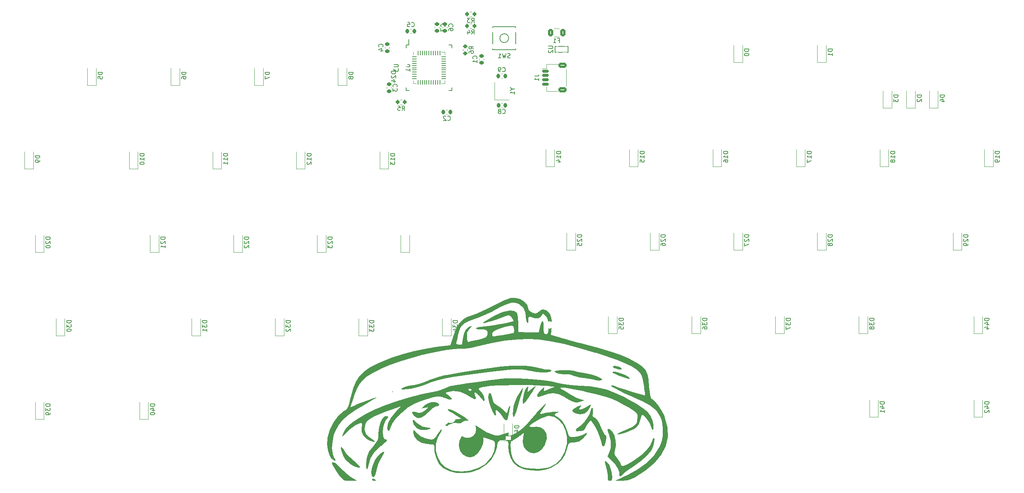
<source format=gbr>
%TF.GenerationSoftware,KiCad,Pcbnew,(6.0.4)*%
%TF.CreationDate,2022-04-28T10:57:54-05:00*%
%TF.ProjectId,keyboard,6b657962-6f61-4726-942e-6b696361645f,rev?*%
%TF.SameCoordinates,Original*%
%TF.FileFunction,Legend,Bot*%
%TF.FilePolarity,Positive*%
%FSLAX46Y46*%
G04 Gerber Fmt 4.6, Leading zero omitted, Abs format (unit mm)*
G04 Created by KiCad (PCBNEW (6.0.4)) date 2022-04-28 10:57:54*
%MOMM*%
%LPD*%
G01*
G04 APERTURE LIST*
G04 Aperture macros list*
%AMRoundRect*
0 Rectangle with rounded corners*
0 $1 Rounding radius*
0 $2 $3 $4 $5 $6 $7 $8 $9 X,Y pos of 4 corners*
0 Add a 4 corners polygon primitive as box body*
4,1,4,$2,$3,$4,$5,$6,$7,$8,$9,$2,$3,0*
0 Add four circle primitives for the rounded corners*
1,1,$1+$1,$2,$3*
1,1,$1+$1,$4,$5*
1,1,$1+$1,$6,$7*
1,1,$1+$1,$8,$9*
0 Add four rect primitives between the rounded corners*
20,1,$1+$1,$2,$3,$4,$5,0*
20,1,$1+$1,$4,$5,$6,$7,0*
20,1,$1+$1,$6,$7,$8,$9,0*
20,1,$1+$1,$8,$9,$2,$3,0*%
G04 Aperture macros list end*
%ADD10C,0.150000*%
%ADD11C,0.120000*%
%ADD12C,3.987800*%
%ADD13C,1.750000*%
%ADD14C,2.250000*%
%ADD15C,3.048000*%
%ADD16RoundRect,0.062500X-0.062500X0.475000X-0.062500X-0.475000X0.062500X-0.475000X0.062500X0.475000X0*%
%ADD17RoundRect,0.062500X-0.475000X0.062500X-0.475000X-0.062500X0.475000X-0.062500X0.475000X0.062500X0*%
%ADD18R,5.200000X5.200000*%
%ADD19RoundRect,0.200000X-0.200000X-0.275000X0.200000X-0.275000X0.200000X0.275000X-0.200000X0.275000X0*%
%ADD20RoundRect,0.200000X0.275000X-0.200000X0.275000X0.200000X-0.275000X0.200000X-0.275000X-0.200000X0*%
%ADD21R,1.800000X1.100000*%
%ADD22RoundRect,0.225000X-0.225000X-0.250000X0.225000X-0.250000X0.225000X0.250000X-0.225000X0.250000X0*%
%ADD23RoundRect,0.225000X0.225000X0.250000X-0.225000X0.250000X-0.225000X-0.250000X0.225000X-0.250000X0*%
%ADD24RoundRect,0.225000X0.250000X-0.225000X0.250000X0.225000X-0.250000X0.225000X-0.250000X-0.225000X0*%
%ADD25RoundRect,0.225000X-0.250000X0.225000X-0.250000X-0.225000X0.250000X-0.225000X0.250000X0.225000X0*%
%ADD26R,1.200000X1.400000*%
%ADD27R,1.200000X0.900000*%
%ADD28R,1.000000X0.700000*%
%ADD29R,0.600000X0.700000*%
%ADD30R,0.550000X1.500000*%
%ADD31R,1.500000X0.550000*%
%ADD32RoundRect,0.250000X-0.375000X-0.625000X0.375000X-0.625000X0.375000X0.625000X-0.375000X0.625000X0*%
%ADD33RoundRect,0.150000X-0.625000X0.150000X-0.625000X-0.150000X0.625000X-0.150000X0.625000X0.150000X0*%
%ADD34RoundRect,0.250000X-0.650000X0.350000X-0.650000X-0.350000X0.650000X-0.350000X0.650000X0.350000X0*%
G04 APERTURE END LIST*
D10*
%TO.C,U1*%
X128729380Y-31003095D02*
X129538904Y-31003095D01*
X129634142Y-31050714D01*
X129681761Y-31098333D01*
X129729380Y-31193571D01*
X129729380Y-31384047D01*
X129681761Y-31479285D01*
X129634142Y-31526904D01*
X129538904Y-31574523D01*
X128729380Y-31574523D01*
X129729380Y-32574523D02*
X129729380Y-32003095D01*
X129729380Y-32288809D02*
X128729380Y-32288809D01*
X128872238Y-32193571D01*
X128967476Y-32098333D01*
X129015095Y-32003095D01*
%TO.C,R5*%
X127928666Y-41506380D02*
X128262000Y-41030190D01*
X128500095Y-41506380D02*
X128500095Y-40506380D01*
X128119142Y-40506380D01*
X128023904Y-40554000D01*
X127976285Y-40601619D01*
X127928666Y-40696857D01*
X127928666Y-40839714D01*
X127976285Y-40934952D01*
X128023904Y-40982571D01*
X128119142Y-41030190D01*
X128500095Y-41030190D01*
X127023904Y-40506380D02*
X127500095Y-40506380D01*
X127547714Y-40982571D01*
X127500095Y-40934952D01*
X127404857Y-40887333D01*
X127166761Y-40887333D01*
X127071523Y-40934952D01*
X127023904Y-40982571D01*
X126976285Y-41077809D01*
X126976285Y-41315904D01*
X127023904Y-41411142D01*
X127071523Y-41458761D01*
X127166761Y-41506380D01*
X127404857Y-41506380D01*
X127500095Y-41458761D01*
X127547714Y-41411142D01*
%TO.C,R6*%
X144249380Y-27519333D02*
X143773190Y-27186000D01*
X144249380Y-26947904D02*
X143249380Y-26947904D01*
X143249380Y-27328857D01*
X143297000Y-27424095D01*
X143344619Y-27471714D01*
X143439857Y-27519333D01*
X143582714Y-27519333D01*
X143677952Y-27471714D01*
X143725571Y-27424095D01*
X143773190Y-27328857D01*
X143773190Y-26947904D01*
X143249380Y-28376476D02*
X143249380Y-28186000D01*
X143297000Y-28090761D01*
X143344619Y-28043142D01*
X143487476Y-27947904D01*
X143677952Y-27900285D01*
X144058904Y-27900285D01*
X144154142Y-27947904D01*
X144201761Y-27995523D01*
X144249380Y-28090761D01*
X144249380Y-28281238D01*
X144201761Y-28376476D01*
X144154142Y-28424095D01*
X144058904Y-28471714D01*
X143820809Y-28471714D01*
X143725571Y-28424095D01*
X143677952Y-28376476D01*
X143630333Y-28281238D01*
X143630333Y-28090761D01*
X143677952Y-27995523D01*
X143725571Y-27947904D01*
X143820809Y-27900285D01*
%TO.C,SW1*%
X152590333Y-29487761D02*
X152447476Y-29535380D01*
X152209380Y-29535380D01*
X152114142Y-29487761D01*
X152066523Y-29440142D01*
X152018904Y-29344904D01*
X152018904Y-29249666D01*
X152066523Y-29154428D01*
X152114142Y-29106809D01*
X152209380Y-29059190D01*
X152399857Y-29011571D01*
X152495095Y-28963952D01*
X152542714Y-28916333D01*
X152590333Y-28821095D01*
X152590333Y-28725857D01*
X152542714Y-28630619D01*
X152495095Y-28583000D01*
X152399857Y-28535380D01*
X152161761Y-28535380D01*
X152018904Y-28583000D01*
X151685571Y-28535380D02*
X151447476Y-29535380D01*
X151257000Y-28821095D01*
X151066523Y-29535380D01*
X150828428Y-28535380D01*
X149923666Y-29535380D02*
X150495095Y-29535380D01*
X150209380Y-29535380D02*
X150209380Y-28535380D01*
X150304619Y-28678238D01*
X150399857Y-28773476D01*
X150495095Y-28821095D01*
%TO.C,C8*%
X150890266Y-42147742D02*
X150937885Y-42195361D01*
X151080742Y-42242980D01*
X151175980Y-42242980D01*
X151318838Y-42195361D01*
X151414076Y-42100123D01*
X151461695Y-42004885D01*
X151509314Y-41814409D01*
X151509314Y-41671552D01*
X151461695Y-41481076D01*
X151414076Y-41385838D01*
X151318838Y-41290600D01*
X151175980Y-41242980D01*
X151080742Y-41242980D01*
X150937885Y-41290600D01*
X150890266Y-41338219D01*
X150318838Y-41671552D02*
X150414076Y-41623933D01*
X150461695Y-41576314D01*
X150509314Y-41481076D01*
X150509314Y-41433457D01*
X150461695Y-41338219D01*
X150414076Y-41290600D01*
X150318838Y-41242980D01*
X150128361Y-41242980D01*
X150033123Y-41290600D01*
X149985504Y-41338219D01*
X149937885Y-41433457D01*
X149937885Y-41481076D01*
X149985504Y-41576314D01*
X150033123Y-41623933D01*
X150128361Y-41671552D01*
X150318838Y-41671552D01*
X150414076Y-41719171D01*
X150461695Y-41766790D01*
X150509314Y-41862028D01*
X150509314Y-42052504D01*
X150461695Y-42147742D01*
X150414076Y-42195361D01*
X150318838Y-42242980D01*
X150128361Y-42242980D01*
X150033123Y-42195361D01*
X149985504Y-42147742D01*
X149937885Y-42052504D01*
X149937885Y-41862028D01*
X149985504Y-41766790D01*
X150033123Y-41719171D01*
X150128361Y-41671552D01*
%TO.C,C5*%
X130113066Y-22320542D02*
X130160685Y-22368161D01*
X130303542Y-22415780D01*
X130398780Y-22415780D01*
X130541638Y-22368161D01*
X130636876Y-22272923D01*
X130684495Y-22177685D01*
X130732114Y-21987209D01*
X130732114Y-21844352D01*
X130684495Y-21653876D01*
X130636876Y-21558638D01*
X130541638Y-21463400D01*
X130398780Y-21415780D01*
X130303542Y-21415780D01*
X130160685Y-21463400D01*
X130113066Y-21511019D01*
X129208304Y-21415780D02*
X129684495Y-21415780D01*
X129732114Y-21891971D01*
X129684495Y-21844352D01*
X129589257Y-21796733D01*
X129351161Y-21796733D01*
X129255923Y-21844352D01*
X129208304Y-21891971D01*
X129160685Y-21987209D01*
X129160685Y-22225304D01*
X129208304Y-22320542D01*
X129255923Y-22368161D01*
X129351161Y-22415780D01*
X129589257Y-22415780D01*
X129684495Y-22368161D01*
X129732114Y-22320542D01*
%TO.C,C7*%
X137702542Y-22388533D02*
X137750161Y-22340914D01*
X137797780Y-22198057D01*
X137797780Y-22102819D01*
X137750161Y-21959961D01*
X137654923Y-21864723D01*
X137559685Y-21817104D01*
X137369209Y-21769485D01*
X137226352Y-21769485D01*
X137035876Y-21817104D01*
X136940638Y-21864723D01*
X136845400Y-21959961D01*
X136797780Y-22102819D01*
X136797780Y-22198057D01*
X136845400Y-22340914D01*
X136893019Y-22388533D01*
X136797780Y-22721866D02*
X136797780Y-23388533D01*
X137797780Y-22959961D01*
%TO.C,C4*%
X123514142Y-27011333D02*
X123561761Y-26963714D01*
X123609380Y-26820857D01*
X123609380Y-26725619D01*
X123561761Y-26582761D01*
X123466523Y-26487523D01*
X123371285Y-26439904D01*
X123180809Y-26392285D01*
X123037952Y-26392285D01*
X122847476Y-26439904D01*
X122752238Y-26487523D01*
X122657000Y-26582761D01*
X122609380Y-26725619D01*
X122609380Y-26820857D01*
X122657000Y-26963714D01*
X122704619Y-27011333D01*
X122942714Y-27868476D02*
X123609380Y-27868476D01*
X122561761Y-27630380D02*
X123276047Y-27392285D01*
X123276047Y-28011333D01*
%TO.C,C9*%
X150864866Y-32582142D02*
X150912485Y-32629761D01*
X151055342Y-32677380D01*
X151150580Y-32677380D01*
X151293438Y-32629761D01*
X151388676Y-32534523D01*
X151436295Y-32439285D01*
X151483914Y-32248809D01*
X151483914Y-32105952D01*
X151436295Y-31915476D01*
X151388676Y-31820238D01*
X151293438Y-31725000D01*
X151150580Y-31677380D01*
X151055342Y-31677380D01*
X150912485Y-31725000D01*
X150864866Y-31772619D01*
X150388676Y-32677380D02*
X150198200Y-32677380D01*
X150102961Y-32629761D01*
X150055342Y-32582142D01*
X149960104Y-32439285D01*
X149912485Y-32248809D01*
X149912485Y-31867857D01*
X149960104Y-31772619D01*
X150007723Y-31725000D01*
X150102961Y-31677380D01*
X150293438Y-31677380D01*
X150388676Y-31725000D01*
X150436295Y-31772619D01*
X150483914Y-31867857D01*
X150483914Y-32105952D01*
X150436295Y-32201190D01*
X150388676Y-32248809D01*
X150293438Y-32296428D01*
X150102961Y-32296428D01*
X150007723Y-32248809D01*
X149960104Y-32201190D01*
X149912485Y-32105952D01*
%TO.C,C6*%
X139480542Y-22388533D02*
X139528161Y-22340914D01*
X139575780Y-22198057D01*
X139575780Y-22102819D01*
X139528161Y-21959961D01*
X139432923Y-21864723D01*
X139337685Y-21817104D01*
X139147209Y-21769485D01*
X139004352Y-21769485D01*
X138813876Y-21817104D01*
X138718638Y-21864723D01*
X138623400Y-21959961D01*
X138575780Y-22102819D01*
X138575780Y-22198057D01*
X138623400Y-22340914D01*
X138671019Y-22388533D01*
X138575780Y-23245676D02*
X138575780Y-23055200D01*
X138623400Y-22959961D01*
X138671019Y-22912342D01*
X138813876Y-22817104D01*
X139004352Y-22769485D01*
X139385304Y-22769485D01*
X139480542Y-22817104D01*
X139528161Y-22864723D01*
X139575780Y-22959961D01*
X139575780Y-23150438D01*
X139528161Y-23245676D01*
X139480542Y-23293295D01*
X139385304Y-23340914D01*
X139147209Y-23340914D01*
X139051971Y-23293295D01*
X139004352Y-23245676D01*
X138956733Y-23150438D01*
X138956733Y-22959961D01*
X139004352Y-22864723D01*
X139051971Y-22817104D01*
X139147209Y-22769485D01*
%TO.C,C2*%
X138342666Y-43697142D02*
X138390285Y-43744761D01*
X138533142Y-43792380D01*
X138628380Y-43792380D01*
X138771238Y-43744761D01*
X138866476Y-43649523D01*
X138914095Y-43554285D01*
X138961714Y-43363809D01*
X138961714Y-43220952D01*
X138914095Y-43030476D01*
X138866476Y-42935238D01*
X138771238Y-42840000D01*
X138628380Y-42792380D01*
X138533142Y-42792380D01*
X138390285Y-42840000D01*
X138342666Y-42887619D01*
X137961714Y-42887619D02*
X137914095Y-42840000D01*
X137818857Y-42792380D01*
X137580761Y-42792380D01*
X137485523Y-42840000D01*
X137437904Y-42887619D01*
X137390285Y-42982857D01*
X137390285Y-43078095D01*
X137437904Y-43220952D01*
X138009333Y-43792380D01*
X137390285Y-43792380D01*
%TO.C,C3*%
X126755142Y-36155333D02*
X126802761Y-36107714D01*
X126850380Y-35964857D01*
X126850380Y-35869619D01*
X126802761Y-35726761D01*
X126707523Y-35631523D01*
X126612285Y-35583904D01*
X126421809Y-35536285D01*
X126278952Y-35536285D01*
X126088476Y-35583904D01*
X125993238Y-35631523D01*
X125898000Y-35726761D01*
X125850380Y-35869619D01*
X125850380Y-35964857D01*
X125898000Y-36107714D01*
X125945619Y-36155333D01*
X125850380Y-36488666D02*
X125850380Y-37107714D01*
X126231333Y-36774380D01*
X126231333Y-36917238D01*
X126278952Y-37012476D01*
X126326571Y-37060095D01*
X126421809Y-37107714D01*
X126659904Y-37107714D01*
X126755142Y-37060095D01*
X126802761Y-37012476D01*
X126850380Y-36917238D01*
X126850380Y-36631523D01*
X126802761Y-36536285D01*
X126755142Y-36488666D01*
%TO.C,C1*%
X144977142Y-29678333D02*
X145024761Y-29630714D01*
X145072380Y-29487857D01*
X145072380Y-29392619D01*
X145024761Y-29249761D01*
X144929523Y-29154523D01*
X144834285Y-29106904D01*
X144643809Y-29059285D01*
X144500952Y-29059285D01*
X144310476Y-29106904D01*
X144215238Y-29154523D01*
X144120000Y-29249761D01*
X144072380Y-29392619D01*
X144072380Y-29487857D01*
X144120000Y-29630714D01*
X144167619Y-29678333D01*
X145072380Y-30630714D02*
X145072380Y-30059285D01*
X145072380Y-30345000D02*
X144072380Y-30345000D01*
X144215238Y-30249761D01*
X144310476Y-30154523D01*
X144358095Y-30059285D01*
%TO.C,Y1*%
X153124390Y-36607809D02*
X153600580Y-36607809D01*
X152600580Y-36274476D02*
X153124390Y-36607809D01*
X152600580Y-36941142D01*
X153600580Y-37798285D02*
X153600580Y-37226857D01*
X153600580Y-37512571D02*
X152600580Y-37512571D01*
X152743438Y-37417333D01*
X152838676Y-37322095D01*
X152886295Y-37226857D01*
%TO.C,D40*%
X71540380Y-108513714D02*
X70540380Y-108513714D01*
X70540380Y-108751809D01*
X70588000Y-108894666D01*
X70683238Y-108989904D01*
X70778476Y-109037523D01*
X70968952Y-109085142D01*
X71111809Y-109085142D01*
X71302285Y-109037523D01*
X71397523Y-108989904D01*
X71492761Y-108894666D01*
X71540380Y-108751809D01*
X71540380Y-108513714D01*
X70873714Y-109942285D02*
X71540380Y-109942285D01*
X70492761Y-109704190D02*
X71207047Y-109466095D01*
X71207047Y-110085142D01*
X70540380Y-110656571D02*
X70540380Y-110751809D01*
X70588000Y-110847047D01*
X70635619Y-110894666D01*
X70730857Y-110942285D01*
X70921333Y-110989904D01*
X71159428Y-110989904D01*
X71349904Y-110942285D01*
X71445142Y-110894666D01*
X71492761Y-110847047D01*
X71540380Y-110751809D01*
X71540380Y-110656571D01*
X71492761Y-110561333D01*
X71445142Y-110513714D01*
X71349904Y-110466095D01*
X71159428Y-110418476D01*
X70921333Y-110418476D01*
X70730857Y-110466095D01*
X70635619Y-110513714D01*
X70588000Y-110561333D01*
X70540380Y-110656571D01*
%TO.C,D23*%
X112021630Y-70413714D02*
X111021630Y-70413714D01*
X111021630Y-70651809D01*
X111069250Y-70794666D01*
X111164488Y-70889904D01*
X111259726Y-70937523D01*
X111450202Y-70985142D01*
X111593059Y-70985142D01*
X111783535Y-70937523D01*
X111878773Y-70889904D01*
X111974011Y-70794666D01*
X112021630Y-70651809D01*
X112021630Y-70413714D01*
X111116869Y-71366095D02*
X111069250Y-71413714D01*
X111021630Y-71508952D01*
X111021630Y-71747047D01*
X111069250Y-71842285D01*
X111116869Y-71889904D01*
X111212107Y-71937523D01*
X111307345Y-71937523D01*
X111450202Y-71889904D01*
X112021630Y-71318476D01*
X112021630Y-71937523D01*
X111021630Y-72270857D02*
X111021630Y-72889904D01*
X111402583Y-72556571D01*
X111402583Y-72699428D01*
X111450202Y-72794666D01*
X111497821Y-72842285D01*
X111593059Y-72889904D01*
X111831154Y-72889904D01*
X111926392Y-72842285D01*
X111974011Y-72794666D01*
X112021630Y-72699428D01*
X112021630Y-72413714D01*
X111974011Y-72318476D01*
X111926392Y-72270857D01*
%TO.C,U2*%
X161340380Y-26797095D02*
X162149904Y-26797095D01*
X162245142Y-26844714D01*
X162292761Y-26892333D01*
X162340380Y-26987571D01*
X162340380Y-27178047D01*
X162292761Y-27273285D01*
X162245142Y-27320904D01*
X162149904Y-27368523D01*
X161340380Y-27368523D01*
X161435619Y-27797095D02*
X161388000Y-27844714D01*
X161340380Y-27939952D01*
X161340380Y-28178047D01*
X161388000Y-28273285D01*
X161435619Y-28320904D01*
X161530857Y-28368523D01*
X161626095Y-28368523D01*
X161768952Y-28320904D01*
X162340380Y-27749476D01*
X162340380Y-28368523D01*
%TO.C,D34*%
X140596630Y-89463714D02*
X139596630Y-89463714D01*
X139596630Y-89701809D01*
X139644250Y-89844666D01*
X139739488Y-89939904D01*
X139834726Y-89987523D01*
X140025202Y-90035142D01*
X140168059Y-90035142D01*
X140358535Y-89987523D01*
X140453773Y-89939904D01*
X140549011Y-89844666D01*
X140596630Y-89701809D01*
X140596630Y-89463714D01*
X139596630Y-90368476D02*
X139596630Y-90987523D01*
X139977583Y-90654190D01*
X139977583Y-90797047D01*
X140025202Y-90892285D01*
X140072821Y-90939904D01*
X140168059Y-90987523D01*
X140406154Y-90987523D01*
X140501392Y-90939904D01*
X140549011Y-90892285D01*
X140596630Y-90797047D01*
X140596630Y-90511333D01*
X140549011Y-90416095D01*
X140501392Y-90368476D01*
X139929964Y-91844666D02*
X140596630Y-91844666D01*
X139549011Y-91606571D02*
X140263297Y-91368476D01*
X140263297Y-91987523D01*
%TO.C,D17*%
X221305130Y-50855714D02*
X220305130Y-50855714D01*
X220305130Y-51093809D01*
X220352750Y-51236666D01*
X220447988Y-51331904D01*
X220543226Y-51379523D01*
X220733702Y-51427142D01*
X220876559Y-51427142D01*
X221067035Y-51379523D01*
X221162273Y-51331904D01*
X221257511Y-51236666D01*
X221305130Y-51093809D01*
X221305130Y-50855714D01*
X221305130Y-52379523D02*
X221305130Y-51808095D01*
X221305130Y-52093809D02*
X220305130Y-52093809D01*
X220447988Y-51998571D01*
X220543226Y-51903333D01*
X220590845Y-51808095D01*
X220305130Y-52712857D02*
X220305130Y-53379523D01*
X221305130Y-52950952D01*
%TO.C,D44*%
X261786380Y-88955714D02*
X260786380Y-88955714D01*
X260786380Y-89193809D01*
X260834000Y-89336666D01*
X260929238Y-89431904D01*
X261024476Y-89479523D01*
X261214952Y-89527142D01*
X261357809Y-89527142D01*
X261548285Y-89479523D01*
X261643523Y-89431904D01*
X261738761Y-89336666D01*
X261786380Y-89193809D01*
X261786380Y-88955714D01*
X261119714Y-90384285D02*
X261786380Y-90384285D01*
X260738761Y-90146190D02*
X261453047Y-89908095D01*
X261453047Y-90527142D01*
X261119714Y-91336666D02*
X261786380Y-91336666D01*
X260738761Y-91098571D02*
X261453047Y-90860476D01*
X261453047Y-91479523D01*
%TO.C,D18*%
X240355130Y-50855714D02*
X239355130Y-50855714D01*
X239355130Y-51093809D01*
X239402750Y-51236666D01*
X239497988Y-51331904D01*
X239593226Y-51379523D01*
X239783702Y-51427142D01*
X239926559Y-51427142D01*
X240117035Y-51379523D01*
X240212273Y-51331904D01*
X240307511Y-51236666D01*
X240355130Y-51093809D01*
X240355130Y-50855714D01*
X240355130Y-52379523D02*
X240355130Y-51808095D01*
X240355130Y-52093809D02*
X239355130Y-52093809D01*
X239497988Y-51998571D01*
X239593226Y-51903333D01*
X239640845Y-51808095D01*
X239783702Y-52950952D02*
X239736083Y-52855714D01*
X239688464Y-52808095D01*
X239593226Y-52760476D01*
X239545607Y-52760476D01*
X239450369Y-52808095D01*
X239402750Y-52855714D01*
X239355130Y-52950952D01*
X239355130Y-53141428D01*
X239402750Y-53236666D01*
X239450369Y-53284285D01*
X239545607Y-53331904D01*
X239593226Y-53331904D01*
X239688464Y-53284285D01*
X239736083Y-53236666D01*
X239783702Y-53141428D01*
X239783702Y-52950952D01*
X239831321Y-52855714D01*
X239878940Y-52808095D01*
X239974178Y-52760476D01*
X240164654Y-52760476D01*
X240259892Y-52808095D01*
X240307511Y-52855714D01*
X240355130Y-52950952D01*
X240355130Y-53141428D01*
X240307511Y-53236666D01*
X240259892Y-53284285D01*
X240164654Y-53331904D01*
X239974178Y-53331904D01*
X239878940Y-53284285D01*
X239831321Y-53236666D01*
X239783702Y-53141428D01*
%TO.C,D15*%
X183205130Y-50855714D02*
X182205130Y-50855714D01*
X182205130Y-51093809D01*
X182252750Y-51236666D01*
X182347988Y-51331904D01*
X182443226Y-51379523D01*
X182633702Y-51427142D01*
X182776559Y-51427142D01*
X182967035Y-51379523D01*
X183062273Y-51331904D01*
X183157511Y-51236666D01*
X183205130Y-51093809D01*
X183205130Y-50855714D01*
X183205130Y-52379523D02*
X183205130Y-51808095D01*
X183205130Y-52093809D02*
X182205130Y-52093809D01*
X182347988Y-51998571D01*
X182443226Y-51903333D01*
X182490845Y-51808095D01*
X182205130Y-53284285D02*
X182205130Y-52808095D01*
X182681321Y-52760476D01*
X182633702Y-52808095D01*
X182586083Y-52903333D01*
X182586083Y-53141428D01*
X182633702Y-53236666D01*
X182681321Y-53284285D01*
X182776559Y-53331904D01*
X183014654Y-53331904D01*
X183109892Y-53284285D01*
X183157511Y-53236666D01*
X183205130Y-53141428D01*
X183205130Y-52903333D01*
X183157511Y-52808095D01*
X183109892Y-52760476D01*
%TO.C,U3*%
X126099380Y-31003095D02*
X126908904Y-31003095D01*
X127004142Y-31050714D01*
X127051761Y-31098333D01*
X127099380Y-31193571D01*
X127099380Y-31384047D01*
X127051761Y-31479285D01*
X127004142Y-31526904D01*
X126908904Y-31574523D01*
X126099380Y-31574523D01*
X126099380Y-31955476D02*
X126099380Y-32574523D01*
X126480333Y-32241190D01*
X126480333Y-32384047D01*
X126527952Y-32479285D01*
X126575571Y-32526904D01*
X126670809Y-32574523D01*
X126908904Y-32574523D01*
X127004142Y-32526904D01*
X127051761Y-32479285D01*
X127099380Y-32384047D01*
X127099380Y-32098333D01*
X127051761Y-32003095D01*
X127004142Y-31955476D01*
%TO.C,R4*%
X143803666Y-24107380D02*
X144137000Y-23631190D01*
X144375095Y-24107380D02*
X144375095Y-23107380D01*
X143994142Y-23107380D01*
X143898904Y-23155000D01*
X143851285Y-23202619D01*
X143803666Y-23297857D01*
X143803666Y-23440714D01*
X143851285Y-23535952D01*
X143898904Y-23583571D01*
X143994142Y-23631190D01*
X144375095Y-23631190D01*
X142946523Y-23440714D02*
X142946523Y-24107380D01*
X143184619Y-23059761D02*
X143422714Y-23774047D01*
X142803666Y-23774047D01*
%TO.C,D4*%
X251626380Y-37996904D02*
X250626380Y-37996904D01*
X250626380Y-38235000D01*
X250674000Y-38377857D01*
X250769238Y-38473095D01*
X250864476Y-38520714D01*
X251054952Y-38568333D01*
X251197809Y-38568333D01*
X251388285Y-38520714D01*
X251483523Y-38473095D01*
X251578761Y-38377857D01*
X251626380Y-38235000D01*
X251626380Y-37996904D01*
X250959714Y-39425476D02*
X251626380Y-39425476D01*
X250578761Y-39187380D02*
X251293047Y-38949285D01*
X251293047Y-39568333D01*
%TO.C,D42*%
X261786380Y-108005714D02*
X260786380Y-108005714D01*
X260786380Y-108243809D01*
X260834000Y-108386666D01*
X260929238Y-108481904D01*
X261024476Y-108529523D01*
X261214952Y-108577142D01*
X261357809Y-108577142D01*
X261548285Y-108529523D01*
X261643523Y-108481904D01*
X261738761Y-108386666D01*
X261786380Y-108243809D01*
X261786380Y-108005714D01*
X261119714Y-109434285D02*
X261786380Y-109434285D01*
X260738761Y-109196190D02*
X261453047Y-108958095D01*
X261453047Y-109577142D01*
X260881619Y-109910476D02*
X260834000Y-109958095D01*
X260786380Y-110053333D01*
X260786380Y-110291428D01*
X260834000Y-110386666D01*
X260881619Y-110434285D01*
X260976857Y-110481904D01*
X261072095Y-110481904D01*
X261214952Y-110434285D01*
X261786380Y-109862857D01*
X261786380Y-110481904D01*
%TO.C,D24*%
X126527150Y-32595234D02*
X125527150Y-32595234D01*
X125527150Y-32833329D01*
X125574770Y-32976186D01*
X125670008Y-33071424D01*
X125765246Y-33119043D01*
X125955722Y-33166662D01*
X126098579Y-33166662D01*
X126289055Y-33119043D01*
X126384293Y-33071424D01*
X126479531Y-32976186D01*
X126527150Y-32833329D01*
X126527150Y-32595234D01*
X125622389Y-33547615D02*
X125574770Y-33595234D01*
X125527150Y-33690472D01*
X125527150Y-33928567D01*
X125574770Y-34023805D01*
X125622389Y-34071424D01*
X125717627Y-34119043D01*
X125812865Y-34119043D01*
X125955722Y-34071424D01*
X126527150Y-33499996D01*
X126527150Y-34119043D01*
X125860484Y-34976186D02*
X126527150Y-34976186D01*
X125479531Y-34738091D02*
X126193817Y-34499996D01*
X126193817Y-35119043D01*
%TO.C,D8*%
X116784130Y-32789904D02*
X115784130Y-32789904D01*
X115784130Y-33028000D01*
X115831750Y-33170857D01*
X115926988Y-33266095D01*
X116022226Y-33313714D01*
X116212702Y-33361333D01*
X116355559Y-33361333D01*
X116546035Y-33313714D01*
X116641273Y-33266095D01*
X116736511Y-33170857D01*
X116784130Y-33028000D01*
X116784130Y-32789904D01*
X116212702Y-33932761D02*
X116165083Y-33837523D01*
X116117464Y-33789904D01*
X116022226Y-33742285D01*
X115974607Y-33742285D01*
X115879369Y-33789904D01*
X115831750Y-33837523D01*
X115784130Y-33932761D01*
X115784130Y-34123238D01*
X115831750Y-34218476D01*
X115879369Y-34266095D01*
X115974607Y-34313714D01*
X116022226Y-34313714D01*
X116117464Y-34266095D01*
X116165083Y-34218476D01*
X116212702Y-34123238D01*
X116212702Y-33932761D01*
X116260321Y-33837523D01*
X116307940Y-33789904D01*
X116403178Y-33742285D01*
X116593654Y-33742285D01*
X116688892Y-33789904D01*
X116736511Y-33837523D01*
X116784130Y-33932761D01*
X116784130Y-34123238D01*
X116736511Y-34218476D01*
X116688892Y-34266095D01*
X116593654Y-34313714D01*
X116403178Y-34313714D01*
X116307940Y-34266095D01*
X116260321Y-34218476D01*
X116212702Y-34123238D01*
%TO.C,F1*%
X163528333Y-25497571D02*
X163861666Y-25497571D01*
X163861666Y-26021380D02*
X163861666Y-25021380D01*
X163385476Y-25021380D01*
X162480714Y-26021380D02*
X163052142Y-26021380D01*
X162766428Y-26021380D02*
X162766428Y-25021380D01*
X162861666Y-25164238D01*
X162956904Y-25259476D01*
X163052142Y-25307095D01*
%TO.C,D14*%
X164155130Y-50855714D02*
X163155130Y-50855714D01*
X163155130Y-51093809D01*
X163202750Y-51236666D01*
X163297988Y-51331904D01*
X163393226Y-51379523D01*
X163583702Y-51427142D01*
X163726559Y-51427142D01*
X163917035Y-51379523D01*
X164012273Y-51331904D01*
X164107511Y-51236666D01*
X164155130Y-51093809D01*
X164155130Y-50855714D01*
X164155130Y-52379523D02*
X164155130Y-51808095D01*
X164155130Y-52093809D02*
X163155130Y-52093809D01*
X163297988Y-51998571D01*
X163393226Y-51903333D01*
X163440845Y-51808095D01*
X163488464Y-53236666D02*
X164155130Y-53236666D01*
X163107511Y-52998571D02*
X163821797Y-52760476D01*
X163821797Y-53379523D01*
%TO.C,D12*%
X107259130Y-51363714D02*
X106259130Y-51363714D01*
X106259130Y-51601809D01*
X106306750Y-51744666D01*
X106401988Y-51839904D01*
X106497226Y-51887523D01*
X106687702Y-51935142D01*
X106830559Y-51935142D01*
X107021035Y-51887523D01*
X107116273Y-51839904D01*
X107211511Y-51744666D01*
X107259130Y-51601809D01*
X107259130Y-51363714D01*
X107259130Y-52887523D02*
X107259130Y-52316095D01*
X107259130Y-52601809D02*
X106259130Y-52601809D01*
X106401988Y-52506571D01*
X106497226Y-52411333D01*
X106544845Y-52316095D01*
X106354369Y-53268476D02*
X106306750Y-53316095D01*
X106259130Y-53411333D01*
X106259130Y-53649428D01*
X106306750Y-53744666D01*
X106354369Y-53792285D01*
X106449607Y-53839904D01*
X106544845Y-53839904D01*
X106687702Y-53792285D01*
X107259130Y-53220857D01*
X107259130Y-53839904D01*
%TO.C,D21*%
X73921630Y-70413714D02*
X72921630Y-70413714D01*
X72921630Y-70651809D01*
X72969250Y-70794666D01*
X73064488Y-70889904D01*
X73159726Y-70937523D01*
X73350202Y-70985142D01*
X73493059Y-70985142D01*
X73683535Y-70937523D01*
X73778773Y-70889904D01*
X73874011Y-70794666D01*
X73921630Y-70651809D01*
X73921630Y-70413714D01*
X73016869Y-71366095D02*
X72969250Y-71413714D01*
X72921630Y-71508952D01*
X72921630Y-71747047D01*
X72969250Y-71842285D01*
X73016869Y-71889904D01*
X73112107Y-71937523D01*
X73207345Y-71937523D01*
X73350202Y-71889904D01*
X73921630Y-71318476D01*
X73921630Y-71937523D01*
X73921630Y-72889904D02*
X73921630Y-72318476D01*
X73921630Y-72604190D02*
X72921630Y-72604190D01*
X73064488Y-72508952D01*
X73159726Y-72413714D01*
X73207345Y-72318476D01*
%TO.C,D31*%
X83446630Y-89463714D02*
X82446630Y-89463714D01*
X82446630Y-89701809D01*
X82494250Y-89844666D01*
X82589488Y-89939904D01*
X82684726Y-89987523D01*
X82875202Y-90035142D01*
X83018059Y-90035142D01*
X83208535Y-89987523D01*
X83303773Y-89939904D01*
X83399011Y-89844666D01*
X83446630Y-89701809D01*
X83446630Y-89463714D01*
X82446630Y-90368476D02*
X82446630Y-90987523D01*
X82827583Y-90654190D01*
X82827583Y-90797047D01*
X82875202Y-90892285D01*
X82922821Y-90939904D01*
X83018059Y-90987523D01*
X83256154Y-90987523D01*
X83351392Y-90939904D01*
X83399011Y-90892285D01*
X83446630Y-90797047D01*
X83446630Y-90511333D01*
X83399011Y-90416095D01*
X83351392Y-90368476D01*
X83446630Y-91939904D02*
X83446630Y-91368476D01*
X83446630Y-91654190D02*
X82446630Y-91654190D01*
X82589488Y-91558952D01*
X82684726Y-91463714D01*
X82732345Y-91368476D01*
%TO.C,D11*%
X88209130Y-51363714D02*
X87209130Y-51363714D01*
X87209130Y-51601809D01*
X87256750Y-51744666D01*
X87351988Y-51839904D01*
X87447226Y-51887523D01*
X87637702Y-51935142D01*
X87780559Y-51935142D01*
X87971035Y-51887523D01*
X88066273Y-51839904D01*
X88161511Y-51744666D01*
X88209130Y-51601809D01*
X88209130Y-51363714D01*
X88209130Y-52887523D02*
X88209130Y-52316095D01*
X88209130Y-52601809D02*
X87209130Y-52601809D01*
X87351988Y-52506571D01*
X87447226Y-52411333D01*
X87494845Y-52316095D01*
X88209130Y-53839904D02*
X88209130Y-53268476D01*
X88209130Y-53554190D02*
X87209130Y-53554190D01*
X87351988Y-53458952D01*
X87447226Y-53363714D01*
X87494845Y-53268476D01*
%TO.C,D19*%
X264167630Y-50855714D02*
X263167630Y-50855714D01*
X263167630Y-51093809D01*
X263215250Y-51236666D01*
X263310488Y-51331904D01*
X263405726Y-51379523D01*
X263596202Y-51427142D01*
X263739059Y-51427142D01*
X263929535Y-51379523D01*
X264024773Y-51331904D01*
X264120011Y-51236666D01*
X264167630Y-51093809D01*
X264167630Y-50855714D01*
X264167630Y-52379523D02*
X264167630Y-51808095D01*
X264167630Y-52093809D02*
X263167630Y-52093809D01*
X263310488Y-51998571D01*
X263405726Y-51903333D01*
X263453345Y-51808095D01*
X264167630Y-52855714D02*
X264167630Y-53046190D01*
X264120011Y-53141428D01*
X264072392Y-53189047D01*
X263929535Y-53284285D01*
X263739059Y-53331904D01*
X263358107Y-53331904D01*
X263262869Y-53284285D01*
X263215250Y-53236666D01*
X263167630Y-53141428D01*
X263167630Y-52950952D01*
X263215250Y-52855714D01*
X263262869Y-52808095D01*
X263358107Y-52760476D01*
X263596202Y-52760476D01*
X263691440Y-52808095D01*
X263739059Y-52855714D01*
X263786678Y-52950952D01*
X263786678Y-53141428D01*
X263739059Y-53236666D01*
X263691440Y-53284285D01*
X263596202Y-53331904D01*
%TO.C,D6*%
X78684130Y-32789904D02*
X77684130Y-32789904D01*
X77684130Y-33028000D01*
X77731750Y-33170857D01*
X77826988Y-33266095D01*
X77922226Y-33313714D01*
X78112702Y-33361333D01*
X78255559Y-33361333D01*
X78446035Y-33313714D01*
X78541273Y-33266095D01*
X78636511Y-33170857D01*
X78684130Y-33028000D01*
X78684130Y-32789904D01*
X77684130Y-34218476D02*
X77684130Y-34028000D01*
X77731750Y-33932761D01*
X77779369Y-33885142D01*
X77922226Y-33789904D01*
X78112702Y-33742285D01*
X78493654Y-33742285D01*
X78588892Y-33789904D01*
X78636511Y-33837523D01*
X78684130Y-33932761D01*
X78684130Y-34123238D01*
X78636511Y-34218476D01*
X78588892Y-34266095D01*
X78493654Y-34313714D01*
X78255559Y-34313714D01*
X78160321Y-34266095D01*
X78112702Y-34218476D01*
X78065083Y-34123238D01*
X78065083Y-33932761D01*
X78112702Y-33837523D01*
X78160321Y-33789904D01*
X78255559Y-33742285D01*
%TO.C,D5*%
X59634130Y-32789904D02*
X58634130Y-32789904D01*
X58634130Y-33028000D01*
X58681750Y-33170857D01*
X58776988Y-33266095D01*
X58872226Y-33313714D01*
X59062702Y-33361333D01*
X59205559Y-33361333D01*
X59396035Y-33313714D01*
X59491273Y-33266095D01*
X59586511Y-33170857D01*
X59634130Y-33028000D01*
X59634130Y-32789904D01*
X58634130Y-34266095D02*
X58634130Y-33789904D01*
X59110321Y-33742285D01*
X59062702Y-33789904D01*
X59015083Y-33885142D01*
X59015083Y-34123238D01*
X59062702Y-34218476D01*
X59110321Y-34266095D01*
X59205559Y-34313714D01*
X59443654Y-34313714D01*
X59538892Y-34266095D01*
X59586511Y-34218476D01*
X59634130Y-34123238D01*
X59634130Y-33885142D01*
X59586511Y-33789904D01*
X59538892Y-33742285D01*
%TO.C,D1*%
X226067630Y-27519404D02*
X225067630Y-27519404D01*
X225067630Y-27757500D01*
X225115250Y-27900357D01*
X225210488Y-27995595D01*
X225305726Y-28043214D01*
X225496202Y-28090833D01*
X225639059Y-28090833D01*
X225829535Y-28043214D01*
X225924773Y-27995595D01*
X226020011Y-27900357D01*
X226067630Y-27757500D01*
X226067630Y-27519404D01*
X226067630Y-29043214D02*
X226067630Y-28471785D01*
X226067630Y-28757500D02*
X225067630Y-28757500D01*
X225210488Y-28662261D01*
X225305726Y-28567023D01*
X225353345Y-28471785D01*
%TO.C,D28*%
X226067630Y-69905714D02*
X225067630Y-69905714D01*
X225067630Y-70143809D01*
X225115250Y-70286666D01*
X225210488Y-70381904D01*
X225305726Y-70429523D01*
X225496202Y-70477142D01*
X225639059Y-70477142D01*
X225829535Y-70429523D01*
X225924773Y-70381904D01*
X226020011Y-70286666D01*
X226067630Y-70143809D01*
X226067630Y-69905714D01*
X225162869Y-70858095D02*
X225115250Y-70905714D01*
X225067630Y-71000952D01*
X225067630Y-71239047D01*
X225115250Y-71334285D01*
X225162869Y-71381904D01*
X225258107Y-71429523D01*
X225353345Y-71429523D01*
X225496202Y-71381904D01*
X226067630Y-70810476D01*
X226067630Y-71429523D01*
X225496202Y-72000952D02*
X225448583Y-71905714D01*
X225400964Y-71858095D01*
X225305726Y-71810476D01*
X225258107Y-71810476D01*
X225162869Y-71858095D01*
X225115250Y-71905714D01*
X225067630Y-72000952D01*
X225067630Y-72191428D01*
X225115250Y-72286666D01*
X225162869Y-72334285D01*
X225258107Y-72381904D01*
X225305726Y-72381904D01*
X225400964Y-72334285D01*
X225448583Y-72286666D01*
X225496202Y-72191428D01*
X225496202Y-72000952D01*
X225543821Y-71905714D01*
X225591440Y-71858095D01*
X225686678Y-71810476D01*
X225877154Y-71810476D01*
X225972392Y-71858095D01*
X226020011Y-71905714D01*
X226067630Y-72000952D01*
X226067630Y-72191428D01*
X226020011Y-72286666D01*
X225972392Y-72334285D01*
X225877154Y-72381904D01*
X225686678Y-72381904D01*
X225591440Y-72334285D01*
X225543821Y-72286666D01*
X225496202Y-72191428D01*
%TO.C,D39*%
X47727880Y-108513714D02*
X46727880Y-108513714D01*
X46727880Y-108751809D01*
X46775500Y-108894666D01*
X46870738Y-108989904D01*
X46965976Y-109037523D01*
X47156452Y-109085142D01*
X47299309Y-109085142D01*
X47489785Y-109037523D01*
X47585023Y-108989904D01*
X47680261Y-108894666D01*
X47727880Y-108751809D01*
X47727880Y-108513714D01*
X46727880Y-109418476D02*
X46727880Y-110037523D01*
X47108833Y-109704190D01*
X47108833Y-109847047D01*
X47156452Y-109942285D01*
X47204071Y-109989904D01*
X47299309Y-110037523D01*
X47537404Y-110037523D01*
X47632642Y-109989904D01*
X47680261Y-109942285D01*
X47727880Y-109847047D01*
X47727880Y-109561333D01*
X47680261Y-109466095D01*
X47632642Y-109418476D01*
X47727880Y-110513714D02*
X47727880Y-110704190D01*
X47680261Y-110799428D01*
X47632642Y-110847047D01*
X47489785Y-110942285D01*
X47299309Y-110989904D01*
X46918357Y-110989904D01*
X46823119Y-110942285D01*
X46775500Y-110894666D01*
X46727880Y-110799428D01*
X46727880Y-110608952D01*
X46775500Y-110513714D01*
X46823119Y-110466095D01*
X46918357Y-110418476D01*
X47156452Y-110418476D01*
X47251690Y-110466095D01*
X47299309Y-110513714D01*
X47346928Y-110608952D01*
X47346928Y-110799428D01*
X47299309Y-110894666D01*
X47251690Y-110942285D01*
X47156452Y-110989904D01*
%TO.C,D25*%
X168917630Y-69905714D02*
X167917630Y-69905714D01*
X167917630Y-70143809D01*
X167965250Y-70286666D01*
X168060488Y-70381904D01*
X168155726Y-70429523D01*
X168346202Y-70477142D01*
X168489059Y-70477142D01*
X168679535Y-70429523D01*
X168774773Y-70381904D01*
X168870011Y-70286666D01*
X168917630Y-70143809D01*
X168917630Y-69905714D01*
X168012869Y-70858095D02*
X167965250Y-70905714D01*
X167917630Y-71000952D01*
X167917630Y-71239047D01*
X167965250Y-71334285D01*
X168012869Y-71381904D01*
X168108107Y-71429523D01*
X168203345Y-71429523D01*
X168346202Y-71381904D01*
X168917630Y-70810476D01*
X168917630Y-71429523D01*
X167917630Y-72334285D02*
X167917630Y-71858095D01*
X168393821Y-71810476D01*
X168346202Y-71858095D01*
X168298583Y-71953333D01*
X168298583Y-72191428D01*
X168346202Y-72286666D01*
X168393821Y-72334285D01*
X168489059Y-72381904D01*
X168727154Y-72381904D01*
X168822392Y-72334285D01*
X168870011Y-72286666D01*
X168917630Y-72191428D01*
X168917630Y-71953333D01*
X168870011Y-71858095D01*
X168822392Y-71810476D01*
%TO.C,J1*%
X158159380Y-33702666D02*
X158873666Y-33702666D01*
X159016523Y-33655047D01*
X159111761Y-33559809D01*
X159159380Y-33416952D01*
X159159380Y-33321714D01*
X159159380Y-34702666D02*
X159159380Y-34131238D01*
X159159380Y-34416952D02*
X158159380Y-34416952D01*
X158302238Y-34321714D01*
X158397476Y-34226476D01*
X158445095Y-34131238D01*
%TO.C,D10*%
X69159130Y-51363714D02*
X68159130Y-51363714D01*
X68159130Y-51601809D01*
X68206750Y-51744666D01*
X68301988Y-51839904D01*
X68397226Y-51887523D01*
X68587702Y-51935142D01*
X68730559Y-51935142D01*
X68921035Y-51887523D01*
X69016273Y-51839904D01*
X69111511Y-51744666D01*
X69159130Y-51601809D01*
X69159130Y-51363714D01*
X69159130Y-52887523D02*
X69159130Y-52316095D01*
X69159130Y-52601809D02*
X68159130Y-52601809D01*
X68301988Y-52506571D01*
X68397226Y-52411333D01*
X68444845Y-52316095D01*
X68159130Y-53506571D02*
X68159130Y-53601809D01*
X68206750Y-53697047D01*
X68254369Y-53744666D01*
X68349607Y-53792285D01*
X68540083Y-53839904D01*
X68778178Y-53839904D01*
X68968654Y-53792285D01*
X69063892Y-53744666D01*
X69111511Y-53697047D01*
X69159130Y-53601809D01*
X69159130Y-53506571D01*
X69111511Y-53411333D01*
X69063892Y-53363714D01*
X68968654Y-53316095D01*
X68778178Y-53268476D01*
X68540083Y-53268476D01*
X68349607Y-53316095D01*
X68254369Y-53363714D01*
X68206750Y-53411333D01*
X68159130Y-53506571D01*
%TO.C,D7*%
X97734130Y-32789904D02*
X96734130Y-32789904D01*
X96734130Y-33028000D01*
X96781750Y-33170857D01*
X96876988Y-33266095D01*
X96972226Y-33313714D01*
X97162702Y-33361333D01*
X97305559Y-33361333D01*
X97496035Y-33313714D01*
X97591273Y-33266095D01*
X97686511Y-33170857D01*
X97734130Y-33028000D01*
X97734130Y-32789904D01*
X96734130Y-33694666D02*
X96734130Y-34361333D01*
X97734130Y-33932761D01*
%TO.C,D35*%
X178442630Y-88955714D02*
X177442630Y-88955714D01*
X177442630Y-89193809D01*
X177490250Y-89336666D01*
X177585488Y-89431904D01*
X177680726Y-89479523D01*
X177871202Y-89527142D01*
X178014059Y-89527142D01*
X178204535Y-89479523D01*
X178299773Y-89431904D01*
X178395011Y-89336666D01*
X178442630Y-89193809D01*
X178442630Y-88955714D01*
X177442630Y-89860476D02*
X177442630Y-90479523D01*
X177823583Y-90146190D01*
X177823583Y-90289047D01*
X177871202Y-90384285D01*
X177918821Y-90431904D01*
X178014059Y-90479523D01*
X178252154Y-90479523D01*
X178347392Y-90431904D01*
X178395011Y-90384285D01*
X178442630Y-90289047D01*
X178442630Y-90003333D01*
X178395011Y-89908095D01*
X178347392Y-89860476D01*
X177442630Y-91384285D02*
X177442630Y-90908095D01*
X177918821Y-90860476D01*
X177871202Y-90908095D01*
X177823583Y-91003333D01*
X177823583Y-91241428D01*
X177871202Y-91336666D01*
X177918821Y-91384285D01*
X178014059Y-91431904D01*
X178252154Y-91431904D01*
X178347392Y-91384285D01*
X178395011Y-91336666D01*
X178442630Y-91241428D01*
X178442630Y-91003333D01*
X178395011Y-90908095D01*
X178347392Y-90860476D01*
%TO.C,D20*%
X47727880Y-70413714D02*
X46727880Y-70413714D01*
X46727880Y-70651809D01*
X46775500Y-70794666D01*
X46870738Y-70889904D01*
X46965976Y-70937523D01*
X47156452Y-70985142D01*
X47299309Y-70985142D01*
X47489785Y-70937523D01*
X47585023Y-70889904D01*
X47680261Y-70794666D01*
X47727880Y-70651809D01*
X47727880Y-70413714D01*
X46823119Y-71366095D02*
X46775500Y-71413714D01*
X46727880Y-71508952D01*
X46727880Y-71747047D01*
X46775500Y-71842285D01*
X46823119Y-71889904D01*
X46918357Y-71937523D01*
X47013595Y-71937523D01*
X47156452Y-71889904D01*
X47727880Y-71318476D01*
X47727880Y-71937523D01*
X46727880Y-72556571D02*
X46727880Y-72651809D01*
X46775500Y-72747047D01*
X46823119Y-72794666D01*
X46918357Y-72842285D01*
X47108833Y-72889904D01*
X47346928Y-72889904D01*
X47537404Y-72842285D01*
X47632642Y-72794666D01*
X47680261Y-72747047D01*
X47727880Y-72651809D01*
X47727880Y-72556571D01*
X47680261Y-72461333D01*
X47632642Y-72413714D01*
X47537404Y-72366095D01*
X47346928Y-72318476D01*
X47108833Y-72318476D01*
X46918357Y-72366095D01*
X46823119Y-72413714D01*
X46775500Y-72461333D01*
X46727880Y-72556571D01*
%TO.C,D36*%
X197492630Y-88955714D02*
X196492630Y-88955714D01*
X196492630Y-89193809D01*
X196540250Y-89336666D01*
X196635488Y-89431904D01*
X196730726Y-89479523D01*
X196921202Y-89527142D01*
X197064059Y-89527142D01*
X197254535Y-89479523D01*
X197349773Y-89431904D01*
X197445011Y-89336666D01*
X197492630Y-89193809D01*
X197492630Y-88955714D01*
X196492630Y-89860476D02*
X196492630Y-90479523D01*
X196873583Y-90146190D01*
X196873583Y-90289047D01*
X196921202Y-90384285D01*
X196968821Y-90431904D01*
X197064059Y-90479523D01*
X197302154Y-90479523D01*
X197397392Y-90431904D01*
X197445011Y-90384285D01*
X197492630Y-90289047D01*
X197492630Y-90003333D01*
X197445011Y-89908095D01*
X197397392Y-89860476D01*
X196492630Y-91336666D02*
X196492630Y-91146190D01*
X196540250Y-91050952D01*
X196587869Y-91003333D01*
X196730726Y-90908095D01*
X196921202Y-90860476D01*
X197302154Y-90860476D01*
X197397392Y-90908095D01*
X197445011Y-90955714D01*
X197492630Y-91050952D01*
X197492630Y-91241428D01*
X197445011Y-91336666D01*
X197397392Y-91384285D01*
X197302154Y-91431904D01*
X197064059Y-91431904D01*
X196968821Y-91384285D01*
X196921202Y-91336666D01*
X196873583Y-91241428D01*
X196873583Y-91050952D01*
X196921202Y-90955714D01*
X196968821Y-90908095D01*
X197064059Y-90860476D01*
%TO.C,D9*%
X45346630Y-51839904D02*
X44346630Y-51839904D01*
X44346630Y-52078000D01*
X44394250Y-52220857D01*
X44489488Y-52316095D01*
X44584726Y-52363714D01*
X44775202Y-52411333D01*
X44918059Y-52411333D01*
X45108535Y-52363714D01*
X45203773Y-52316095D01*
X45299011Y-52220857D01*
X45346630Y-52078000D01*
X45346630Y-51839904D01*
X45346630Y-52887523D02*
X45346630Y-53078000D01*
X45299011Y-53173238D01*
X45251392Y-53220857D01*
X45108535Y-53316095D01*
X44918059Y-53363714D01*
X44537107Y-53363714D01*
X44441869Y-53316095D01*
X44394250Y-53268476D01*
X44346630Y-53173238D01*
X44346630Y-52982761D01*
X44394250Y-52887523D01*
X44441869Y-52839904D01*
X44537107Y-52792285D01*
X44775202Y-52792285D01*
X44870440Y-52839904D01*
X44918059Y-52887523D01*
X44965678Y-52982761D01*
X44965678Y-53173238D01*
X44918059Y-53268476D01*
X44870440Y-53316095D01*
X44775202Y-53363714D01*
%TO.C,D30*%
X52490380Y-89463714D02*
X51490380Y-89463714D01*
X51490380Y-89701809D01*
X51538000Y-89844666D01*
X51633238Y-89939904D01*
X51728476Y-89987523D01*
X51918952Y-90035142D01*
X52061809Y-90035142D01*
X52252285Y-89987523D01*
X52347523Y-89939904D01*
X52442761Y-89844666D01*
X52490380Y-89701809D01*
X52490380Y-89463714D01*
X51490380Y-90368476D02*
X51490380Y-90987523D01*
X51871333Y-90654190D01*
X51871333Y-90797047D01*
X51918952Y-90892285D01*
X51966571Y-90939904D01*
X52061809Y-90987523D01*
X52299904Y-90987523D01*
X52395142Y-90939904D01*
X52442761Y-90892285D01*
X52490380Y-90797047D01*
X52490380Y-90511333D01*
X52442761Y-90416095D01*
X52395142Y-90368476D01*
X51490380Y-91606571D02*
X51490380Y-91701809D01*
X51538000Y-91797047D01*
X51585619Y-91844666D01*
X51680857Y-91892285D01*
X51871333Y-91939904D01*
X52109428Y-91939904D01*
X52299904Y-91892285D01*
X52395142Y-91844666D01*
X52442761Y-91797047D01*
X52490380Y-91701809D01*
X52490380Y-91606571D01*
X52442761Y-91511333D01*
X52395142Y-91463714D01*
X52299904Y-91416095D01*
X52109428Y-91368476D01*
X51871333Y-91368476D01*
X51680857Y-91416095D01*
X51585619Y-91463714D01*
X51538000Y-91511333D01*
X51490380Y-91606571D01*
%TO.C,D27*%
X207017630Y-69905714D02*
X206017630Y-69905714D01*
X206017630Y-70143809D01*
X206065250Y-70286666D01*
X206160488Y-70381904D01*
X206255726Y-70429523D01*
X206446202Y-70477142D01*
X206589059Y-70477142D01*
X206779535Y-70429523D01*
X206874773Y-70381904D01*
X206970011Y-70286666D01*
X207017630Y-70143809D01*
X207017630Y-69905714D01*
X206112869Y-70858095D02*
X206065250Y-70905714D01*
X206017630Y-71000952D01*
X206017630Y-71239047D01*
X206065250Y-71334285D01*
X206112869Y-71381904D01*
X206208107Y-71429523D01*
X206303345Y-71429523D01*
X206446202Y-71381904D01*
X207017630Y-70810476D01*
X207017630Y-71429523D01*
X206017630Y-71762857D02*
X206017630Y-72429523D01*
X207017630Y-72000952D01*
%TO.C,D33*%
X121546630Y-89463714D02*
X120546630Y-89463714D01*
X120546630Y-89701809D01*
X120594250Y-89844666D01*
X120689488Y-89939904D01*
X120784726Y-89987523D01*
X120975202Y-90035142D01*
X121118059Y-90035142D01*
X121308535Y-89987523D01*
X121403773Y-89939904D01*
X121499011Y-89844666D01*
X121546630Y-89701809D01*
X121546630Y-89463714D01*
X120546630Y-90368476D02*
X120546630Y-90987523D01*
X120927583Y-90654190D01*
X120927583Y-90797047D01*
X120975202Y-90892285D01*
X121022821Y-90939904D01*
X121118059Y-90987523D01*
X121356154Y-90987523D01*
X121451392Y-90939904D01*
X121499011Y-90892285D01*
X121546630Y-90797047D01*
X121546630Y-90511333D01*
X121499011Y-90416095D01*
X121451392Y-90368476D01*
X120546630Y-91320857D02*
X120546630Y-91939904D01*
X120927583Y-91606571D01*
X120927583Y-91749428D01*
X120975202Y-91844666D01*
X121022821Y-91892285D01*
X121118059Y-91939904D01*
X121356154Y-91939904D01*
X121451392Y-91892285D01*
X121499011Y-91844666D01*
X121546630Y-91749428D01*
X121546630Y-91463714D01*
X121499011Y-91368476D01*
X121451392Y-91320857D01*
%TO.C,D3*%
X241085380Y-37996904D02*
X240085380Y-37996904D01*
X240085380Y-38235000D01*
X240133000Y-38377857D01*
X240228238Y-38473095D01*
X240323476Y-38520714D01*
X240513952Y-38568333D01*
X240656809Y-38568333D01*
X240847285Y-38520714D01*
X240942523Y-38473095D01*
X241037761Y-38377857D01*
X241085380Y-38235000D01*
X241085380Y-37996904D01*
X240085380Y-38901666D02*
X240085380Y-39520714D01*
X240466333Y-39187380D01*
X240466333Y-39330238D01*
X240513952Y-39425476D01*
X240561571Y-39473095D01*
X240656809Y-39520714D01*
X240894904Y-39520714D01*
X240990142Y-39473095D01*
X241037761Y-39425476D01*
X241085380Y-39330238D01*
X241085380Y-39044523D01*
X241037761Y-38949285D01*
X240990142Y-38901666D01*
%TO.C,D26*%
X187967630Y-69905714D02*
X186967630Y-69905714D01*
X186967630Y-70143809D01*
X187015250Y-70286666D01*
X187110488Y-70381904D01*
X187205726Y-70429523D01*
X187396202Y-70477142D01*
X187539059Y-70477142D01*
X187729535Y-70429523D01*
X187824773Y-70381904D01*
X187920011Y-70286666D01*
X187967630Y-70143809D01*
X187967630Y-69905714D01*
X187062869Y-70858095D02*
X187015250Y-70905714D01*
X186967630Y-71000952D01*
X186967630Y-71239047D01*
X187015250Y-71334285D01*
X187062869Y-71381904D01*
X187158107Y-71429523D01*
X187253345Y-71429523D01*
X187396202Y-71381904D01*
X187967630Y-70810476D01*
X187967630Y-71429523D01*
X186967630Y-72286666D02*
X186967630Y-72096190D01*
X187015250Y-72000952D01*
X187062869Y-71953333D01*
X187205726Y-71858095D01*
X187396202Y-71810476D01*
X187777154Y-71810476D01*
X187872392Y-71858095D01*
X187920011Y-71905714D01*
X187967630Y-72000952D01*
X187967630Y-72191428D01*
X187920011Y-72286666D01*
X187872392Y-72334285D01*
X187777154Y-72381904D01*
X187539059Y-72381904D01*
X187443821Y-72334285D01*
X187396202Y-72286666D01*
X187348583Y-72191428D01*
X187348583Y-72000952D01*
X187396202Y-71905714D01*
X187443821Y-71858095D01*
X187539059Y-71810476D01*
%TO.C,D2*%
X246419380Y-37996904D02*
X245419380Y-37996904D01*
X245419380Y-38235000D01*
X245467000Y-38377857D01*
X245562238Y-38473095D01*
X245657476Y-38520714D01*
X245847952Y-38568333D01*
X245990809Y-38568333D01*
X246181285Y-38520714D01*
X246276523Y-38473095D01*
X246371761Y-38377857D01*
X246419380Y-38235000D01*
X246419380Y-37996904D01*
X245514619Y-38949285D02*
X245467000Y-38996904D01*
X245419380Y-39092142D01*
X245419380Y-39330238D01*
X245467000Y-39425476D01*
X245514619Y-39473095D01*
X245609857Y-39520714D01*
X245705095Y-39520714D01*
X245847952Y-39473095D01*
X246419380Y-38901666D01*
X246419380Y-39520714D01*
%TO.C,D41*%
X237973880Y-108005714D02*
X236973880Y-108005714D01*
X236973880Y-108243809D01*
X237021500Y-108386666D01*
X237116738Y-108481904D01*
X237211976Y-108529523D01*
X237402452Y-108577142D01*
X237545309Y-108577142D01*
X237735785Y-108529523D01*
X237831023Y-108481904D01*
X237926261Y-108386666D01*
X237973880Y-108243809D01*
X237973880Y-108005714D01*
X237307214Y-109434285D02*
X237973880Y-109434285D01*
X236926261Y-109196190D02*
X237640547Y-108958095D01*
X237640547Y-109577142D01*
X237973880Y-110481904D02*
X237973880Y-109910476D01*
X237973880Y-110196190D02*
X236973880Y-110196190D01*
X237116738Y-110100952D01*
X237211976Y-110005714D01*
X237259595Y-109910476D01*
%TO.C,D32*%
X102496630Y-89463714D02*
X101496630Y-89463714D01*
X101496630Y-89701809D01*
X101544250Y-89844666D01*
X101639488Y-89939904D01*
X101734726Y-89987523D01*
X101925202Y-90035142D01*
X102068059Y-90035142D01*
X102258535Y-89987523D01*
X102353773Y-89939904D01*
X102449011Y-89844666D01*
X102496630Y-89701809D01*
X102496630Y-89463714D01*
X101496630Y-90368476D02*
X101496630Y-90987523D01*
X101877583Y-90654190D01*
X101877583Y-90797047D01*
X101925202Y-90892285D01*
X101972821Y-90939904D01*
X102068059Y-90987523D01*
X102306154Y-90987523D01*
X102401392Y-90939904D01*
X102449011Y-90892285D01*
X102496630Y-90797047D01*
X102496630Y-90511333D01*
X102449011Y-90416095D01*
X102401392Y-90368476D01*
X101591869Y-91368476D02*
X101544250Y-91416095D01*
X101496630Y-91511333D01*
X101496630Y-91749428D01*
X101544250Y-91844666D01*
X101591869Y-91892285D01*
X101687107Y-91939904D01*
X101782345Y-91939904D01*
X101925202Y-91892285D01*
X102496630Y-91320857D01*
X102496630Y-91939904D01*
%TO.C,D16*%
X202255130Y-50855714D02*
X201255130Y-50855714D01*
X201255130Y-51093809D01*
X201302750Y-51236666D01*
X201397988Y-51331904D01*
X201493226Y-51379523D01*
X201683702Y-51427142D01*
X201826559Y-51427142D01*
X202017035Y-51379523D01*
X202112273Y-51331904D01*
X202207511Y-51236666D01*
X202255130Y-51093809D01*
X202255130Y-50855714D01*
X202255130Y-52379523D02*
X202255130Y-51808095D01*
X202255130Y-52093809D02*
X201255130Y-52093809D01*
X201397988Y-51998571D01*
X201493226Y-51903333D01*
X201540845Y-51808095D01*
X201255130Y-53236666D02*
X201255130Y-53046190D01*
X201302750Y-52950952D01*
X201350369Y-52903333D01*
X201493226Y-52808095D01*
X201683702Y-52760476D01*
X202064654Y-52760476D01*
X202159892Y-52808095D01*
X202207511Y-52855714D01*
X202255130Y-52950952D01*
X202255130Y-53141428D01*
X202207511Y-53236666D01*
X202159892Y-53284285D01*
X202064654Y-53331904D01*
X201826559Y-53331904D01*
X201731321Y-53284285D01*
X201683702Y-53236666D01*
X201636083Y-53141428D01*
X201636083Y-52950952D01*
X201683702Y-52855714D01*
X201731321Y-52808095D01*
X201826559Y-52760476D01*
%TO.C,D43*%
X154598380Y-113466714D02*
X153598380Y-113466714D01*
X153598380Y-113704809D01*
X153646000Y-113847666D01*
X153741238Y-113942904D01*
X153836476Y-113990523D01*
X154026952Y-114038142D01*
X154169809Y-114038142D01*
X154360285Y-113990523D01*
X154455523Y-113942904D01*
X154550761Y-113847666D01*
X154598380Y-113704809D01*
X154598380Y-113466714D01*
X153931714Y-114895285D02*
X154598380Y-114895285D01*
X153550761Y-114657190D02*
X154265047Y-114419095D01*
X154265047Y-115038142D01*
X153598380Y-115323857D02*
X153598380Y-115942904D01*
X153979333Y-115609571D01*
X153979333Y-115752428D01*
X154026952Y-115847666D01*
X154074571Y-115895285D01*
X154169809Y-115942904D01*
X154407904Y-115942904D01*
X154503142Y-115895285D01*
X154550761Y-115847666D01*
X154598380Y-115752428D01*
X154598380Y-115466714D01*
X154550761Y-115371476D01*
X154503142Y-115323857D01*
%TO.C,D37*%
X216542630Y-88955714D02*
X215542630Y-88955714D01*
X215542630Y-89193809D01*
X215590250Y-89336666D01*
X215685488Y-89431904D01*
X215780726Y-89479523D01*
X215971202Y-89527142D01*
X216114059Y-89527142D01*
X216304535Y-89479523D01*
X216399773Y-89431904D01*
X216495011Y-89336666D01*
X216542630Y-89193809D01*
X216542630Y-88955714D01*
X215542630Y-89860476D02*
X215542630Y-90479523D01*
X215923583Y-90146190D01*
X215923583Y-90289047D01*
X215971202Y-90384285D01*
X216018821Y-90431904D01*
X216114059Y-90479523D01*
X216352154Y-90479523D01*
X216447392Y-90431904D01*
X216495011Y-90384285D01*
X216542630Y-90289047D01*
X216542630Y-90003333D01*
X216495011Y-89908095D01*
X216447392Y-89860476D01*
X215542630Y-90812857D02*
X215542630Y-91479523D01*
X216542630Y-91050952D01*
%TO.C,D22*%
X92971630Y-70413714D02*
X91971630Y-70413714D01*
X91971630Y-70651809D01*
X92019250Y-70794666D01*
X92114488Y-70889904D01*
X92209726Y-70937523D01*
X92400202Y-70985142D01*
X92543059Y-70985142D01*
X92733535Y-70937523D01*
X92828773Y-70889904D01*
X92924011Y-70794666D01*
X92971630Y-70651809D01*
X92971630Y-70413714D01*
X92066869Y-71366095D02*
X92019250Y-71413714D01*
X91971630Y-71508952D01*
X91971630Y-71747047D01*
X92019250Y-71842285D01*
X92066869Y-71889904D01*
X92162107Y-71937523D01*
X92257345Y-71937523D01*
X92400202Y-71889904D01*
X92971630Y-71318476D01*
X92971630Y-71937523D01*
X92066869Y-72318476D02*
X92019250Y-72366095D01*
X91971630Y-72461333D01*
X91971630Y-72699428D01*
X92019250Y-72794666D01*
X92066869Y-72842285D01*
X92162107Y-72889904D01*
X92257345Y-72889904D01*
X92400202Y-72842285D01*
X92971630Y-72270857D01*
X92971630Y-72889904D01*
%TO.C,D0*%
X207017630Y-27519404D02*
X206017630Y-27519404D01*
X206017630Y-27757500D01*
X206065250Y-27900357D01*
X206160488Y-27995595D01*
X206255726Y-28043214D01*
X206446202Y-28090833D01*
X206589059Y-28090833D01*
X206779535Y-28043214D01*
X206874773Y-27995595D01*
X206970011Y-27900357D01*
X207017630Y-27757500D01*
X207017630Y-27519404D01*
X206017630Y-28709880D02*
X206017630Y-28805119D01*
X206065250Y-28900357D01*
X206112869Y-28947976D01*
X206208107Y-28995595D01*
X206398583Y-29043214D01*
X206636678Y-29043214D01*
X206827154Y-28995595D01*
X206922392Y-28947976D01*
X206970011Y-28900357D01*
X207017630Y-28805119D01*
X207017630Y-28709880D01*
X206970011Y-28614642D01*
X206922392Y-28567023D01*
X206827154Y-28519404D01*
X206636678Y-28471785D01*
X206398583Y-28471785D01*
X206208107Y-28519404D01*
X206112869Y-28567023D01*
X206065250Y-28614642D01*
X206017630Y-28709880D01*
%TO.C,D13*%
X126309130Y-51363714D02*
X125309130Y-51363714D01*
X125309130Y-51601809D01*
X125356750Y-51744666D01*
X125451988Y-51839904D01*
X125547226Y-51887523D01*
X125737702Y-51935142D01*
X125880559Y-51935142D01*
X126071035Y-51887523D01*
X126166273Y-51839904D01*
X126261511Y-51744666D01*
X126309130Y-51601809D01*
X126309130Y-51363714D01*
X126309130Y-52887523D02*
X126309130Y-52316095D01*
X126309130Y-52601809D02*
X125309130Y-52601809D01*
X125451988Y-52506571D01*
X125547226Y-52411333D01*
X125594845Y-52316095D01*
X125309130Y-53220857D02*
X125309130Y-53839904D01*
X125690083Y-53506571D01*
X125690083Y-53649428D01*
X125737702Y-53744666D01*
X125785321Y-53792285D01*
X125880559Y-53839904D01*
X126118654Y-53839904D01*
X126213892Y-53792285D01*
X126261511Y-53744666D01*
X126309130Y-53649428D01*
X126309130Y-53363714D01*
X126261511Y-53268476D01*
X126213892Y-53220857D01*
%TO.C,D38*%
X235592630Y-88955714D02*
X234592630Y-88955714D01*
X234592630Y-89193809D01*
X234640250Y-89336666D01*
X234735488Y-89431904D01*
X234830726Y-89479523D01*
X235021202Y-89527142D01*
X235164059Y-89527142D01*
X235354535Y-89479523D01*
X235449773Y-89431904D01*
X235545011Y-89336666D01*
X235592630Y-89193809D01*
X235592630Y-88955714D01*
X234592630Y-89860476D02*
X234592630Y-90479523D01*
X234973583Y-90146190D01*
X234973583Y-90289047D01*
X235021202Y-90384285D01*
X235068821Y-90431904D01*
X235164059Y-90479523D01*
X235402154Y-90479523D01*
X235497392Y-90431904D01*
X235545011Y-90384285D01*
X235592630Y-90289047D01*
X235592630Y-90003333D01*
X235545011Y-89908095D01*
X235497392Y-89860476D01*
X235021202Y-91050952D02*
X234973583Y-90955714D01*
X234925964Y-90908095D01*
X234830726Y-90860476D01*
X234783107Y-90860476D01*
X234687869Y-90908095D01*
X234640250Y-90955714D01*
X234592630Y-91050952D01*
X234592630Y-91241428D01*
X234640250Y-91336666D01*
X234687869Y-91384285D01*
X234783107Y-91431904D01*
X234830726Y-91431904D01*
X234925964Y-91384285D01*
X234973583Y-91336666D01*
X235021202Y-91241428D01*
X235021202Y-91050952D01*
X235068821Y-90955714D01*
X235116440Y-90908095D01*
X235211678Y-90860476D01*
X235402154Y-90860476D01*
X235497392Y-90908095D01*
X235545011Y-90955714D01*
X235592630Y-91050952D01*
X235592630Y-91241428D01*
X235545011Y-91336666D01*
X235497392Y-91384285D01*
X235402154Y-91431904D01*
X235211678Y-91431904D01*
X235116440Y-91384285D01*
X235068821Y-91336666D01*
X235021202Y-91241428D01*
%TO.C,R3*%
X143803666Y-21440380D02*
X144137000Y-20964190D01*
X144375095Y-21440380D02*
X144375095Y-20440380D01*
X143994142Y-20440380D01*
X143898904Y-20488000D01*
X143851285Y-20535619D01*
X143803666Y-20630857D01*
X143803666Y-20773714D01*
X143851285Y-20868952D01*
X143898904Y-20916571D01*
X143994142Y-20964190D01*
X144375095Y-20964190D01*
X143470333Y-20440380D02*
X142851285Y-20440380D01*
X143184619Y-20821333D01*
X143041761Y-20821333D01*
X142946523Y-20868952D01*
X142898904Y-20916571D01*
X142851285Y-21011809D01*
X142851285Y-21249904D01*
X142898904Y-21345142D01*
X142946523Y-21392761D01*
X143041761Y-21440380D01*
X143327476Y-21440380D01*
X143422714Y-21392761D01*
X143470333Y-21345142D01*
%TO.C,D29*%
X257023880Y-69905714D02*
X256023880Y-69905714D01*
X256023880Y-70143809D01*
X256071500Y-70286666D01*
X256166738Y-70381904D01*
X256261976Y-70429523D01*
X256452452Y-70477142D01*
X256595309Y-70477142D01*
X256785785Y-70429523D01*
X256881023Y-70381904D01*
X256976261Y-70286666D01*
X257023880Y-70143809D01*
X257023880Y-69905714D01*
X256119119Y-70858095D02*
X256071500Y-70905714D01*
X256023880Y-71000952D01*
X256023880Y-71239047D01*
X256071500Y-71334285D01*
X256119119Y-71381904D01*
X256214357Y-71429523D01*
X256309595Y-71429523D01*
X256452452Y-71381904D01*
X257023880Y-70810476D01*
X257023880Y-71429523D01*
X257023880Y-71905714D02*
X257023880Y-72096190D01*
X256976261Y-72191428D01*
X256928642Y-72239047D01*
X256785785Y-72334285D01*
X256595309Y-72381904D01*
X256214357Y-72381904D01*
X256119119Y-72334285D01*
X256071500Y-72286666D01*
X256023880Y-72191428D01*
X256023880Y-72000952D01*
X256071500Y-71905714D01*
X256119119Y-71858095D01*
X256214357Y-71810476D01*
X256452452Y-71810476D01*
X256547690Y-71858095D01*
X256595309Y-71905714D01*
X256642928Y-72000952D01*
X256642928Y-72191428D01*
X256595309Y-72286666D01*
X256547690Y-72334285D01*
X256452452Y-72381904D01*
%TO.C,G\u002A\u002A\u002A*%
G36*
X161879046Y-92770220D02*
G01*
X163161215Y-93097718D01*
X163465093Y-93177416D01*
X164557086Y-93486604D01*
X165524234Y-93788478D01*
X165742539Y-93858461D01*
X166644056Y-94118790D01*
X167807514Y-94428521D01*
X169037000Y-94734874D01*
X169249979Y-94786123D01*
X172515789Y-95625830D01*
X175293124Y-96452284D01*
X177630216Y-97281014D01*
X179575298Y-98127547D01*
X180551242Y-98613353D01*
X181893629Y-99359246D01*
X182850224Y-100066179D01*
X183495513Y-100834667D01*
X183903982Y-101765225D01*
X184150116Y-102958366D01*
X184308403Y-104514606D01*
X184362386Y-105144862D01*
X184511140Y-106372511D01*
X184683807Y-107110951D01*
X184887735Y-107396737D01*
X184992562Y-107437618D01*
X185664741Y-107942452D01*
X186408832Y-108830971D01*
X187143143Y-109992678D01*
X187785985Y-111317072D01*
X187947867Y-111726868D01*
X188513714Y-113928997D01*
X188549751Y-116066504D01*
X188063226Y-118124417D01*
X187061388Y-120087764D01*
X185551482Y-121941572D01*
X183540758Y-123670868D01*
X181036462Y-125260681D01*
X180298029Y-125632234D01*
X179244679Y-125971113D01*
X178089128Y-126065441D01*
X176602958Y-126064799D01*
X179600445Y-124602705D01*
X181750554Y-123422257D01*
X183835393Y-121901312D01*
X185450503Y-120219668D01*
X186628373Y-118348412D01*
X186982885Y-117572049D01*
X187251880Y-116733338D01*
X187376459Y-115816625D01*
X187404135Y-114591830D01*
X187399992Y-114190553D01*
X187329556Y-113002760D01*
X187147207Y-112116918D01*
X186819835Y-111349277D01*
X185926098Y-110044131D01*
X184525071Y-108809912D01*
X182682745Y-107836237D01*
X181653140Y-107402492D01*
X180164724Y-106746922D01*
X178761971Y-106098733D01*
X177527362Y-105498394D01*
X176543378Y-104986375D01*
X175892501Y-104603145D01*
X175657213Y-104389174D01*
X175690071Y-104290678D01*
X175994979Y-104257571D01*
X176132140Y-104308118D01*
X176907390Y-104577495D01*
X177939392Y-104919732D01*
X179118127Y-105300300D01*
X180333577Y-105684672D01*
X181475725Y-106038320D01*
X182434551Y-106326718D01*
X183100038Y-106515337D01*
X183362167Y-106569649D01*
X183375877Y-106447155D01*
X183328313Y-105919245D01*
X183208884Y-105134383D01*
X183141110Y-104741543D01*
X182964144Y-103686501D01*
X182823389Y-102810385D01*
X182812275Y-102742659D01*
X182576219Y-101979572D01*
X182117558Y-101273466D01*
X181392655Y-100599782D01*
X180357875Y-99933960D01*
X178969578Y-99251443D01*
X177184130Y-98527670D01*
X174957893Y-97738084D01*
X172247229Y-96858125D01*
X172023226Y-96787905D01*
X168288493Y-95690592D01*
X164843472Y-94819587D01*
X161733658Y-94184255D01*
X159004542Y-93793960D01*
X156701618Y-93658067D01*
X154501526Y-93742520D01*
X151534341Y-94070366D01*
X148326807Y-94627605D01*
X145005054Y-95395501D01*
X143627967Y-95718768D01*
X142297674Y-95927898D01*
X141421719Y-95919269D01*
X140940586Y-95886421D01*
X139847927Y-95956332D01*
X138338536Y-96156908D01*
X136473688Y-96479557D01*
X134314660Y-96915688D01*
X132429681Y-97358012D01*
X129844097Y-98070267D01*
X127297352Y-98879937D01*
X124955394Y-99733397D01*
X122984175Y-100577023D01*
X122883700Y-100624778D01*
X121191123Y-101477241D01*
X119912743Y-102258525D01*
X118954915Y-103063474D01*
X118223992Y-103986937D01*
X117626331Y-105123759D01*
X117068285Y-106568787D01*
X116846074Y-107210458D01*
X116519035Y-108177966D01*
X116294090Y-108874578D01*
X116210404Y-109181031D01*
X116213689Y-109193580D01*
X116465036Y-109163842D01*
X116994100Y-108931294D01*
X117056860Y-108899724D01*
X117655128Y-108633426D01*
X118506280Y-108287974D01*
X119484596Y-107910151D01*
X120464354Y-107546740D01*
X121319836Y-107244523D01*
X121925319Y-107050284D01*
X122155085Y-107010804D01*
X122149247Y-107019276D01*
X121862325Y-107213521D01*
X121206959Y-107612845D01*
X120271123Y-108164532D01*
X119142792Y-108815864D01*
X117357584Y-109892408D01*
X115710937Y-111051476D01*
X114449117Y-112177707D01*
X113500628Y-113336144D01*
X112793979Y-114591830D01*
X112430735Y-115551643D01*
X112101446Y-117025457D01*
X111998487Y-118487186D01*
X112129270Y-119780904D01*
X112501208Y-120750680D01*
X112641231Y-120977325D01*
X112795384Y-121394083D01*
X112570279Y-121430635D01*
X111975101Y-121081210D01*
X111790587Y-120915126D01*
X111343553Y-120145526D01*
X111025410Y-119043557D01*
X110870177Y-117757809D01*
X110911871Y-116436876D01*
X110943560Y-116201285D01*
X111426654Y-114410635D01*
X112276444Y-112703780D01*
X113402742Y-111230057D01*
X114715361Y-110138803D01*
X115051853Y-109912098D01*
X115399920Y-109565760D01*
X115667125Y-109067601D01*
X115915605Y-108291557D01*
X116207500Y-107111562D01*
X116251873Y-106924317D01*
X116800738Y-104936349D01*
X117435668Y-103370968D01*
X118243809Y-102119420D01*
X119312306Y-101072950D01*
X120728306Y-100122805D01*
X122578953Y-99160229D01*
X123696726Y-98667705D01*
X125836639Y-97877232D01*
X128271390Y-97120493D01*
X130850169Y-96436295D01*
X133422165Y-95863443D01*
X135836568Y-95440740D01*
X137942568Y-95206994D01*
X139003455Y-95136511D01*
X139165394Y-94604712D01*
X140342139Y-94604712D01*
X140419284Y-94916659D01*
X140916663Y-95001404D01*
X141381230Y-94984315D01*
X141628641Y-94933851D01*
X141631817Y-94918249D01*
X141682672Y-94565372D01*
X141767063Y-93920553D01*
X142022873Y-92603063D01*
X142479133Y-91555425D01*
X143117105Y-90988025D01*
X143413924Y-90855428D01*
X143838399Y-90706533D01*
X143817992Y-90849730D01*
X143378374Y-91317381D01*
X143104568Y-91634964D01*
X142823305Y-92283674D01*
X142758109Y-93221285D01*
X142790755Y-93863716D01*
X142911587Y-94296236D01*
X143148452Y-94343355D01*
X143543844Y-94235001D01*
X144320786Y-94063971D01*
X145284354Y-93875748D01*
X146290707Y-93635476D01*
X147112569Y-93242827D01*
X147473867Y-92716186D01*
X147464842Y-92606029D01*
X148510726Y-92606029D01*
X148575254Y-92959162D01*
X148615030Y-92991113D01*
X149018738Y-93075896D01*
X149153311Y-93055964D01*
X149719147Y-92963033D01*
X150559126Y-92820914D01*
X151511837Y-92657392D01*
X152415864Y-92500250D01*
X153109794Y-92377270D01*
X153432213Y-92316235D01*
X153493056Y-92188479D01*
X153496317Y-91724787D01*
X153417109Y-91160637D01*
X153280159Y-90750630D01*
X152962048Y-90636044D01*
X152279301Y-90696194D01*
X151385384Y-90904208D01*
X150423474Y-91213553D01*
X149536751Y-91577693D01*
X148868393Y-91950093D01*
X148561580Y-92284220D01*
X148510726Y-92606029D01*
X147464842Y-92606029D01*
X147416739Y-92018857D01*
X147400797Y-91971958D01*
X147180261Y-91670190D01*
X146710785Y-91522857D01*
X145848046Y-91480422D01*
X145591026Y-91475176D01*
X144965290Y-91401224D01*
X144816628Y-91264528D01*
X145102774Y-91095679D01*
X145781461Y-90925268D01*
X146810423Y-90783886D01*
X147516527Y-90706089D01*
X148769811Y-90537683D01*
X150066238Y-90334359D01*
X151290012Y-90117153D01*
X152325338Y-89907104D01*
X153056418Y-89725248D01*
X153367457Y-89592623D01*
X153367683Y-89592254D01*
X153307226Y-89257387D01*
X152981449Y-88747104D01*
X152587583Y-88338887D01*
X152197143Y-88260295D01*
X151564281Y-88462200D01*
X151127384Y-88629782D01*
X149846638Y-89094913D01*
X148621489Y-89506281D01*
X147564190Y-89828955D01*
X146786992Y-90028008D01*
X146402146Y-90068510D01*
X146413567Y-89970002D01*
X146775466Y-89678179D01*
X147436133Y-89259498D01*
X148287203Y-88774974D01*
X149220309Y-88285622D01*
X150127085Y-87852457D01*
X150899165Y-87536494D01*
X151321335Y-87401620D01*
X152497992Y-87190085D01*
X153456805Y-87261392D01*
X154074659Y-87612591D01*
X154213530Y-87875260D01*
X154386473Y-88746970D01*
X154445511Y-90084675D01*
X154445511Y-92109404D01*
X156803910Y-92144390D01*
X159162310Y-92179376D01*
X159479394Y-90762492D01*
X159639781Y-90145572D01*
X159876015Y-89606293D01*
X160071960Y-89591843D01*
X160205642Y-90092681D01*
X160255085Y-91099266D01*
X160260396Y-91596700D01*
X160319267Y-92222886D01*
X160481880Y-92504275D01*
X160795511Y-92569489D01*
X161074116Y-92522346D01*
X161244067Y-92293575D01*
X161319093Y-91763633D01*
X161335936Y-90813106D01*
X161331770Y-90374128D01*
X161265718Y-89489630D01*
X161086493Y-88912002D01*
X160752093Y-88472880D01*
X160168250Y-87889037D01*
X159668565Y-88506121D01*
X159599475Y-88586744D01*
X159046418Y-88948124D01*
X158288443Y-88964320D01*
X157215192Y-88641418D01*
X156978424Y-88584609D01*
X156787691Y-88763817D01*
X156738182Y-89365580D01*
X156728121Y-89712938D01*
X156650026Y-90020453D01*
X156472106Y-89867362D01*
X156457697Y-89843660D01*
X156279864Y-89278541D01*
X156202048Y-88516298D01*
X156100271Y-87617614D01*
X155586642Y-86536796D01*
X154610958Y-85715156D01*
X154279929Y-85546652D01*
X153610971Y-85373572D01*
X152837588Y-85422663D01*
X151874817Y-85715308D01*
X150637693Y-86272886D01*
X149041255Y-87116779D01*
X148517817Y-87395928D01*
X147165396Y-88054585D01*
X145824563Y-88635405D01*
X144721061Y-89038001D01*
X144625615Y-89067544D01*
X143150159Y-89592361D01*
X142112554Y-90153729D01*
X141418752Y-90843416D01*
X140974706Y-91753187D01*
X140686366Y-92974809D01*
X140654603Y-93155356D01*
X140496964Y-93960053D01*
X140361831Y-94528532D01*
X140342139Y-94604712D01*
X139165394Y-94604712D01*
X139582861Y-93233772D01*
X139724366Y-92781489D01*
X140315110Y-91210071D01*
X140981341Y-90053835D01*
X141815445Y-89213018D01*
X142909805Y-88587858D01*
X144356807Y-88078594D01*
X145074149Y-87821217D01*
X146184118Y-87346644D01*
X147468686Y-86743066D01*
X148771043Y-86081432D01*
X149973264Y-85470327D01*
X151144740Y-84923292D01*
X152111169Y-84521137D01*
X152739069Y-84323014D01*
X153746556Y-84282428D01*
X154873597Y-84556786D01*
X155830173Y-85107489D01*
X156493882Y-85860573D01*
X156742319Y-86742073D01*
X156745676Y-86822398D01*
X156986826Y-87298574D01*
X157675219Y-87664222D01*
X158287170Y-87847591D01*
X158728201Y-87798776D01*
X159161389Y-87448292D01*
X159209012Y-87400991D01*
X159716115Y-86995577D01*
X160198581Y-86940243D01*
X160899639Y-87200286D01*
X161338064Y-87478285D01*
X161854518Y-88227530D01*
X162087272Y-89361242D01*
X162053148Y-90813106D01*
X162050510Y-90925342D01*
X161879046Y-92770220D01*
G37*
G36*
X174817030Y-121860837D02*
G01*
X175178124Y-122372678D01*
X175551573Y-123287364D01*
X175822755Y-124359399D01*
X175927426Y-125384890D01*
X175807330Y-125921572D01*
X175387000Y-126075872D01*
X175052552Y-125998614D01*
X174883076Y-125662276D01*
X174834714Y-124927468D01*
X174831423Y-124802345D01*
X174700396Y-123725088D01*
X174441569Y-122708557D01*
X174269670Y-122182660D01*
X174178999Y-121631773D01*
X174359106Y-121529797D01*
X174817030Y-121860837D01*
G37*
G36*
X121884872Y-125805660D02*
G01*
X121979972Y-125870129D01*
X122077046Y-126029071D01*
X121682213Y-126071735D01*
X121303090Y-126014955D01*
X121074234Y-125805660D01*
X121082596Y-125715169D01*
X121325701Y-125554225D01*
X121884872Y-125805660D01*
G37*
G36*
X112098829Y-121762801D02*
G01*
X112692825Y-121996662D01*
X113441342Y-122555827D01*
X114191863Y-123326954D01*
X114583800Y-123741395D01*
X115415726Y-124476565D01*
X116315842Y-125150891D01*
X117689361Y-126075872D01*
X116171795Y-126075872D01*
X115304778Y-126052507D01*
X114731389Y-125912876D01*
X114257079Y-125553433D01*
X113666622Y-124870629D01*
X113595027Y-124782006D01*
X113030940Y-124000540D01*
X112538106Y-123190023D01*
X112176417Y-122468242D01*
X112005763Y-121952986D01*
X112086033Y-121762043D01*
X112098829Y-121762801D01*
G37*
G36*
X123911372Y-119421464D02*
G01*
X123837670Y-119794838D01*
X123386908Y-120491691D01*
X123027780Y-121089983D01*
X122576955Y-122157581D01*
X122220394Y-123355244D01*
X122125409Y-123746645D01*
X121860206Y-124641525D01*
X121614811Y-125100053D01*
X121353625Y-125197909D01*
X121328237Y-125191994D01*
X120999529Y-124862557D01*
X120920145Y-124194914D01*
X121054869Y-123303016D01*
X121368486Y-122300813D01*
X121825779Y-121302256D01*
X122391532Y-120421294D01*
X123030528Y-119771880D01*
X123626425Y-119408751D01*
X123911372Y-119421464D01*
G37*
G36*
X175332455Y-114286423D02*
G01*
X175925080Y-114805299D01*
X176375255Y-115672145D01*
X176646261Y-116770402D01*
X176701377Y-117983511D01*
X176503884Y-119194916D01*
X176408851Y-119759468D01*
X176561622Y-120280056D01*
X177044309Y-120939308D01*
X177249662Y-121197206D01*
X177656993Y-121802669D01*
X177818915Y-122199186D01*
X177819922Y-122248465D01*
X177961856Y-122599700D01*
X178378298Y-122641818D01*
X179118836Y-122365854D01*
X180233058Y-121762848D01*
X180964505Y-121313791D01*
X182482498Y-120218358D01*
X183699132Y-119100809D01*
X184545422Y-118029688D01*
X184952383Y-117073542D01*
X184996693Y-116868918D01*
X185189660Y-116349089D01*
X185389675Y-116216074D01*
X185514460Y-116520656D01*
X185472785Y-117181870D01*
X185267079Y-118018352D01*
X184926818Y-118861613D01*
X184701507Y-119245638D01*
X183772586Y-120342810D01*
X182369266Y-121565585D01*
X180521043Y-122887017D01*
X180115876Y-123159526D01*
X179242947Y-123781784D01*
X178591227Y-124295610D01*
X178278360Y-124610592D01*
X178197963Y-124732275D01*
X177823807Y-124986965D01*
X177512671Y-124894884D01*
X177462154Y-124486159D01*
X177474916Y-124072940D01*
X177189564Y-123227621D01*
X176591700Y-122279740D01*
X175755760Y-121365432D01*
X174826902Y-120514486D01*
X175242057Y-119520880D01*
X175532856Y-118574607D01*
X175590692Y-116958397D01*
X175124064Y-115334915D01*
X174976227Y-114991767D01*
X174799532Y-114385391D01*
X174927339Y-114190648D01*
X175332455Y-114286423D01*
G37*
G36*
X149257944Y-119583690D02*
G01*
X148401343Y-121105225D01*
X147142513Y-122405322D01*
X145553526Y-123412996D01*
X143706455Y-124057262D01*
X142209103Y-124284080D01*
X140364501Y-124248498D01*
X138719330Y-123859655D01*
X137360311Y-123140533D01*
X136374164Y-122114115D01*
X136168327Y-121773899D01*
X135639774Y-120576324D01*
X135329360Y-119342563D01*
X135300660Y-118298577D01*
X135307997Y-118247902D01*
X135286011Y-117888654D01*
X134996708Y-117733007D01*
X134304285Y-117699277D01*
X134000706Y-117685282D01*
X135696056Y-117685282D01*
X135702859Y-119201925D01*
X136069062Y-120648564D01*
X136777395Y-121928744D01*
X137810586Y-122946010D01*
X139151364Y-123603906D01*
X139687739Y-123740408D01*
X141518884Y-123916912D01*
X143416411Y-123727266D01*
X145203995Y-123200383D01*
X146705312Y-122365179D01*
X147468275Y-121673332D01*
X148351642Y-120513764D01*
X148953789Y-119267198D01*
X149176362Y-118103270D01*
X149157160Y-117495466D01*
X149012474Y-117094490D01*
X148611962Y-116832211D01*
X147825298Y-116559739D01*
X146474234Y-116127686D01*
X146474234Y-116922160D01*
X146389547Y-117668489D01*
X145958816Y-118794333D01*
X145253098Y-119752676D01*
X144373448Y-120419455D01*
X143420922Y-120670607D01*
X142680021Y-120552262D01*
X141795314Y-120017680D01*
X141181272Y-119152656D01*
X140907218Y-118067846D01*
X141042469Y-116873904D01*
X141066819Y-116797935D01*
X141481963Y-115996522D01*
X142103223Y-115240130D01*
X142786457Y-114677338D01*
X143387520Y-114456723D01*
X143554234Y-114433139D01*
X143772106Y-114219597D01*
X143556246Y-113815470D01*
X142835212Y-113404894D01*
X141590844Y-113008258D01*
X141051337Y-112889419D01*
X139765132Y-112849886D01*
X138614210Y-113251544D01*
X137455586Y-114133292D01*
X136829735Y-114827806D01*
X136065924Y-116195091D01*
X135696056Y-117685282D01*
X134000706Y-117685282D01*
X133789469Y-117675544D01*
X132489845Y-117378894D01*
X131456419Y-116792689D01*
X130777501Y-115980171D01*
X130541399Y-115004578D01*
X130551116Y-114321617D01*
X131149377Y-115050800D01*
X131238860Y-115153966D01*
X132179538Y-115889363D01*
X133368247Y-116416612D01*
X134550517Y-116618426D01*
X134576258Y-116618313D01*
X135112516Y-116521521D01*
X135552332Y-116162722D01*
X136045099Y-115422361D01*
X136249552Y-115100854D01*
X136976665Y-114168837D01*
X137741081Y-113406099D01*
X138059186Y-113139624D01*
X138452463Y-112753115D01*
X138487569Y-112533733D01*
X138214221Y-112372908D01*
X138192170Y-112363495D01*
X138134278Y-112233336D01*
X138594385Y-112121384D01*
X139583632Y-112024809D01*
X141474944Y-111889702D01*
X140166788Y-111025754D01*
X139596178Y-110657443D01*
X138930514Y-110252076D01*
X138545688Y-110049450D01*
X138437145Y-109988648D01*
X138418100Y-109737263D01*
X138656254Y-109685471D01*
X139279363Y-109863239D01*
X140157318Y-110276914D01*
X141190431Y-110872511D01*
X142279012Y-111596049D01*
X143323369Y-112393542D01*
X143412357Y-112466230D01*
X144613361Y-113350786D01*
X145976367Y-114223795D01*
X147223333Y-114906126D01*
X147890446Y-115225358D01*
X148674854Y-115560216D01*
X149305733Y-115707467D01*
X149950370Y-115673546D01*
X150776050Y-115464886D01*
X151950059Y-115087922D01*
X152281023Y-115057611D01*
X152258915Y-115369903D01*
X152213833Y-115518510D01*
X152317784Y-115773866D01*
X152811760Y-115697231D01*
X153713190Y-115287618D01*
X153905023Y-115185232D01*
X154653274Y-114717746D01*
X155408096Y-114112776D01*
X156247702Y-113295711D01*
X157250303Y-112191942D01*
X158494112Y-110726857D01*
X158629027Y-110565324D01*
X159523630Y-109528040D01*
X160194949Y-108809649D01*
X160617816Y-108428876D01*
X160767059Y-108404444D01*
X160617511Y-108755077D01*
X160144000Y-109499499D01*
X159701450Y-110185253D01*
X159485341Y-110661102D01*
X159603683Y-110816517D01*
X160052426Y-110704826D01*
X160523846Y-110584777D01*
X161399166Y-110439888D01*
X162416787Y-110324057D01*
X163179227Y-110263267D01*
X163681020Y-110252129D01*
X163746198Y-110319505D01*
X163430085Y-110473556D01*
X163104143Y-110615322D01*
X162752562Y-110870182D01*
X162880356Y-111142701D01*
X163493707Y-111536132D01*
X164335256Y-112233862D01*
X165135570Y-113425473D01*
X165697759Y-114929596D01*
X165804656Y-115326406D01*
X166026071Y-115841098D01*
X166384940Y-116043059D01*
X167053247Y-116078000D01*
X167263368Y-116068803D01*
X168252149Y-115879735D01*
X169199992Y-115523348D01*
X169523791Y-115359980D01*
X170004167Y-115147361D01*
X170140358Y-115181820D01*
X170024677Y-115455795D01*
X169573719Y-116080050D01*
X169410480Y-116306020D01*
X168371059Y-117038194D01*
X167138810Y-117293958D01*
X166615913Y-117301576D01*
X166129381Y-117407684D01*
X165869872Y-117754058D01*
X165660240Y-118483180D01*
X165133700Y-120080731D01*
X164404937Y-121284357D01*
X163362258Y-122227168D01*
X161893186Y-123045382D01*
X160754103Y-123456574D01*
X159086702Y-123733722D01*
X157384630Y-123708458D01*
X155777925Y-123397028D01*
X154396623Y-122815677D01*
X153370760Y-121980652D01*
X153332821Y-121934709D01*
X152663887Y-120773863D01*
X152262664Y-119385437D01*
X152207924Y-118036609D01*
X152220260Y-117870076D01*
X152700088Y-117870076D01*
X152741608Y-118839043D01*
X152830356Y-119748325D01*
X153172104Y-120978002D01*
X153814585Y-121907086D01*
X154828697Y-122665564D01*
X155283087Y-122865051D01*
X156380757Y-123123903D01*
X157726944Y-123270754D01*
X159143092Y-123297686D01*
X160450644Y-123196780D01*
X161471043Y-122960118D01*
X162898606Y-122195915D01*
X164166557Y-120969881D01*
X165062276Y-119408700D01*
X165533802Y-117581165D01*
X165554624Y-116080050D01*
X165232914Y-114560489D01*
X164608450Y-113227062D01*
X163736749Y-112166828D01*
X162673326Y-111466844D01*
X161473697Y-111214170D01*
X161274365Y-111231244D01*
X160533133Y-111436741D01*
X159624754Y-111817309D01*
X158683865Y-112299997D01*
X157845106Y-112811856D01*
X157243115Y-113279938D01*
X157012532Y-113631293D01*
X157055319Y-113685537D01*
X157462568Y-113754278D01*
X158160936Y-113721647D01*
X158468455Y-113700234D01*
X159583868Y-113886920D01*
X160398933Y-114461890D01*
X160868111Y-115349355D01*
X160945862Y-116473529D01*
X160586649Y-117758624D01*
X160547046Y-117845768D01*
X159834175Y-118902791D01*
X158957806Y-119527151D01*
X158012863Y-119751695D01*
X157094266Y-119609267D01*
X156296937Y-119132715D01*
X155715798Y-118354885D01*
X155445771Y-117308622D01*
X155581777Y-116026773D01*
X155639751Y-115804664D01*
X155774342Y-115228228D01*
X155801062Y-114997149D01*
X155776233Y-115009514D01*
X155475279Y-115242207D01*
X154960412Y-115676610D01*
X154911867Y-115718029D01*
X154149840Y-116274647D01*
X153408795Y-116689908D01*
X153229701Y-116770006D01*
X152899776Y-116978446D01*
X152738025Y-117297506D01*
X152700088Y-117870076D01*
X152220260Y-117870076D01*
X152225376Y-117801009D01*
X152060506Y-117082890D01*
X151513837Y-116744888D01*
X150580704Y-116783408D01*
X150357627Y-116834179D01*
X149961474Y-117031181D01*
X149746421Y-117448816D01*
X149631448Y-118103270D01*
X149606280Y-118246529D01*
X149257944Y-119583690D01*
G37*
G36*
X124866722Y-111445154D02*
G01*
X124687180Y-111701735D01*
X124680119Y-111706370D01*
X124242212Y-112214600D01*
X123905823Y-113008152D01*
X123683993Y-113954531D01*
X123589768Y-114921243D01*
X123636190Y-115775792D01*
X123836303Y-116385685D01*
X124203151Y-116618426D01*
X124499169Y-116673389D01*
X124496667Y-116904817D01*
X124079040Y-117348815D01*
X123222870Y-118039327D01*
X123123423Y-118115959D01*
X121708468Y-119463467D01*
X120766619Y-120914357D01*
X120331534Y-122417659D01*
X120276562Y-122803242D01*
X120107578Y-123366038D01*
X119926518Y-123426758D01*
X119782132Y-123008200D01*
X119723170Y-122133161D01*
X119896010Y-120699238D01*
X120470990Y-119344875D01*
X121506520Y-117975222D01*
X121987739Y-117414040D01*
X122351275Y-116821333D01*
X122516139Y-116151459D01*
X122570159Y-115173034D01*
X122570348Y-115164976D01*
X122714030Y-113807582D01*
X123046484Y-112639122D01*
X123521536Y-111775980D01*
X124093013Y-111334538D01*
X124165892Y-111313403D01*
X124646211Y-111286819D01*
X124866722Y-111445154D01*
G37*
G36*
X114207846Y-118292505D02*
G01*
X114503523Y-118683150D01*
X114896790Y-119329417D01*
X115300567Y-119904238D01*
X116071908Y-120744355D01*
X116940675Y-121499872D01*
X117646457Y-122066960D01*
X118171467Y-122557507D01*
X118372106Y-122842073D01*
X118213321Y-123055625D01*
X117742887Y-123013547D01*
X117072608Y-122738993D01*
X116315933Y-122290370D01*
X115586310Y-121726087D01*
X114997189Y-121104549D01*
X114991323Y-121096824D01*
X114622846Y-120478949D01*
X114306035Y-119730291D01*
X114087448Y-119004859D01*
X114013639Y-118456659D01*
X114131164Y-118239702D01*
X114207846Y-118292505D01*
G37*
G36*
X171514883Y-109673467D02*
G01*
X171468915Y-110403532D01*
X171446660Y-110544139D01*
X171411898Y-111240135D01*
X171569744Y-111484383D01*
X171915867Y-111613933D01*
X172464804Y-112172838D01*
X173028886Y-113081435D01*
X173536478Y-114239380D01*
X173824846Y-114935069D01*
X174147571Y-115488187D01*
X174381594Y-115626053D01*
X174386409Y-115623279D01*
X174493486Y-115769258D01*
X174505204Y-116259671D01*
X174439265Y-116915893D01*
X174313371Y-117559300D01*
X174145221Y-118011269D01*
X174009598Y-118164253D01*
X173666251Y-118196982D01*
X173495511Y-117825859D01*
X173491766Y-117734970D01*
X173337444Y-116975368D01*
X173008062Y-115953990D01*
X172574248Y-114852768D01*
X172106629Y-113853632D01*
X171675833Y-113138514D01*
X170983161Y-112225624D01*
X170470746Y-112868301D01*
X170069819Y-113444372D01*
X169707013Y-114118958D01*
X169439454Y-114504999D01*
X168773475Y-114726936D01*
X168291693Y-114730235D01*
X167888596Y-114741209D01*
X167675984Y-114696680D01*
X167611646Y-114422830D01*
X167836761Y-114042220D01*
X168287577Y-113718298D01*
X168640300Y-113493652D01*
X169327074Y-112813936D01*
X170021886Y-111903218D01*
X170601672Y-110930745D01*
X170943371Y-110065766D01*
X170953944Y-110022802D01*
X171183123Y-109435366D01*
X171394861Y-109334833D01*
X171514883Y-109673467D01*
G37*
G36*
X146560856Y-106637398D02*
G01*
X146744447Y-107404847D01*
X146727489Y-107710600D01*
X146615764Y-107805822D01*
X146326595Y-107561969D01*
X145777646Y-106939404D01*
X145734318Y-106888985D01*
X145050334Y-106163798D01*
X144616844Y-105852352D01*
X144455869Y-105962736D01*
X144589433Y-106503038D01*
X144597621Y-106524622D01*
X144786252Y-107106173D01*
X144761057Y-107393618D01*
X144462529Y-107386370D01*
X143831160Y-107083842D01*
X142807442Y-106485447D01*
X142706387Y-106425587D01*
X141142239Y-105743171D01*
X139629864Y-105523403D01*
X138257378Y-105779945D01*
X138190136Y-105807112D01*
X137958350Y-105968426D01*
X138084035Y-106196929D01*
X138615962Y-106604816D01*
X138948778Y-106866385D01*
X139279752Y-107283726D01*
X139165968Y-107500418D01*
X138658364Y-107479861D01*
X137807875Y-107185455D01*
X137701388Y-107139092D01*
X137120817Y-106925846D01*
X136551137Y-106826308D01*
X135887684Y-106852076D01*
X135025796Y-107014750D01*
X133860810Y-107325931D01*
X132288064Y-107797218D01*
X130853069Y-108393174D01*
X129350595Y-109304694D01*
X127936596Y-110421951D01*
X126716948Y-111650256D01*
X125797528Y-112894915D01*
X125284209Y-114061238D01*
X125184784Y-114368450D01*
X124920617Y-114700166D01*
X124687388Y-114537260D01*
X124587000Y-113902879D01*
X124751269Y-112907621D01*
X125406217Y-111606465D01*
X126572188Y-110192665D01*
X127687971Y-109036053D01*
X125460411Y-109840439D01*
X124586238Y-110158773D01*
X122862834Y-110816355D01*
X121569877Y-111377868D01*
X120647114Y-111888192D01*
X120034292Y-112392206D01*
X119671161Y-112934791D01*
X119497466Y-113560824D01*
X119452958Y-114315188D01*
X119479348Y-114641961D01*
X119763255Y-115337275D01*
X120416528Y-116029419D01*
X121510908Y-116805195D01*
X121734644Y-116950777D01*
X121861400Y-117103991D01*
X121533688Y-117142961D01*
X121462662Y-117143159D01*
X120613911Y-116919282D01*
X119737818Y-116377082D01*
X119058782Y-115651766D01*
X118733350Y-114872161D01*
X118751636Y-113881572D01*
X118799109Y-113531798D01*
X118782409Y-112994049D01*
X118563309Y-112835447D01*
X118121264Y-112962384D01*
X117368556Y-113371593D01*
X116501434Y-113964264D01*
X115668195Y-114637772D01*
X115017138Y-115289491D01*
X114811582Y-115531709D01*
X114457689Y-115911670D01*
X114355275Y-115904739D01*
X114442607Y-115537575D01*
X114652769Y-114957401D01*
X115088446Y-114188081D01*
X115740550Y-113450330D01*
X116678482Y-112681484D01*
X117971640Y-111818877D01*
X119689422Y-110799844D01*
X119868979Y-110698686D01*
X121724725Y-109785977D01*
X123998523Y-108858535D01*
X126582926Y-107951787D01*
X129370487Y-107101165D01*
X132253760Y-106342096D01*
X135125298Y-105710011D01*
X135997041Y-105511352D01*
X136831487Y-105269489D01*
X143096575Y-105269489D01*
X143151882Y-105343285D01*
X143517841Y-105539702D01*
X143578167Y-105531968D01*
X143772106Y-105269489D01*
X143720549Y-105140355D01*
X143350840Y-104999277D01*
X143157832Y-105038160D01*
X143096575Y-105269489D01*
X136831487Y-105269489D01*
X136991812Y-105223019D01*
X137692319Y-104949565D01*
X138443796Y-104617025D01*
X139184875Y-104371870D01*
X139413763Y-104324751D01*
X140221261Y-104188175D01*
X141407342Y-104007103D01*
X142866802Y-103795867D01*
X144494438Y-103568801D01*
X146185048Y-103340239D01*
X147833430Y-103124513D01*
X149334379Y-102935956D01*
X150582693Y-102788901D01*
X151473170Y-102697682D01*
X152506293Y-102646144D01*
X154238884Y-102655632D01*
X156209772Y-102745187D01*
X158263269Y-102902290D01*
X160243687Y-103114422D01*
X161995337Y-103369065D01*
X163362532Y-103653700D01*
X164527774Y-103908517D01*
X166474630Y-104185420D01*
X168560699Y-104336614D01*
X170658391Y-104465920D01*
X172704438Y-104747179D01*
X174578751Y-105219082D01*
X176472612Y-105931214D01*
X178577304Y-106933158D01*
X179648614Y-107491844D01*
X181473901Y-108521059D01*
X182871139Y-109449578D01*
X183895561Y-110328898D01*
X184602398Y-111210519D01*
X185046882Y-112145938D01*
X185284247Y-113186653D01*
X185321510Y-113544535D01*
X185296078Y-114210760D01*
X185144521Y-114476991D01*
X184927314Y-114297365D01*
X184704932Y-113626014D01*
X184508457Y-113117496D01*
X184084741Y-112399204D01*
X183562606Y-111694125D01*
X183058604Y-111157347D01*
X182689288Y-110943958D01*
X182634587Y-110975849D01*
X182460002Y-111361149D01*
X182305822Y-112043230D01*
X182274412Y-112206451D01*
X181961460Y-113082522D01*
X181512075Y-113760469D01*
X181390896Y-113864369D01*
X180790310Y-114228596D01*
X179950442Y-114625098D01*
X179015816Y-114999073D01*
X178130958Y-115295717D01*
X177440393Y-115460228D01*
X177088647Y-115437803D01*
X177153203Y-115268232D01*
X177578780Y-115034193D01*
X177752581Y-114966998D01*
X179359917Y-114299845D01*
X180485269Y-113729842D01*
X181169196Y-113233464D01*
X181452254Y-112787181D01*
X181548455Y-112349577D01*
X181680301Y-111530557D01*
X181616617Y-110941817D01*
X181289694Y-110457520D01*
X180631825Y-109951833D01*
X179575298Y-109298919D01*
X178767187Y-108824403D01*
X177255092Y-108018128D01*
X175771699Y-107363217D01*
X174175512Y-106807280D01*
X172325035Y-106297926D01*
X170078771Y-105782766D01*
X169165363Y-105587742D01*
X167339276Y-105210221D01*
X165971932Y-104950949D01*
X165016507Y-104803484D01*
X164426180Y-104761382D01*
X164154129Y-104818202D01*
X164153532Y-104967501D01*
X164233455Y-105071560D01*
X164593811Y-105269489D01*
X164838453Y-105365365D01*
X165416747Y-105706982D01*
X166157773Y-106210862D01*
X166731070Y-106583936D01*
X167700362Y-107091257D01*
X168522760Y-107388747D01*
X169577426Y-107625261D01*
X168816750Y-107933545D01*
X168340233Y-108106992D01*
X167761046Y-108203119D01*
X167161426Y-108096232D01*
X166398376Y-107753959D01*
X165328900Y-107143926D01*
X165130133Y-107027474D01*
X163757191Y-106350499D01*
X162572410Y-106059981D01*
X161425767Y-106139294D01*
X160167240Y-106571809D01*
X159954803Y-106662677D01*
X159153811Y-106911016D01*
X158775573Y-106825010D01*
X158823231Y-106407951D01*
X159299928Y-105663131D01*
X159778216Y-105105977D01*
X160190976Y-104774293D01*
X160400726Y-104788120D01*
X160334800Y-105181294D01*
X160311963Y-105243421D01*
X160310251Y-105506888D01*
X160681046Y-105423869D01*
X161258035Y-105197277D01*
X162011468Y-104909741D01*
X162822106Y-104605269D01*
X161471043Y-104420626D01*
X161259395Y-104395433D01*
X160199298Y-104319977D01*
X158748876Y-104266428D01*
X157024434Y-104234373D01*
X155142274Y-104223400D01*
X153218701Y-104233098D01*
X151370018Y-104263055D01*
X149712529Y-104312857D01*
X148362537Y-104382094D01*
X147436347Y-104470353D01*
X147164687Y-104510296D01*
X146122124Y-104688140D01*
X145545884Y-104849276D01*
X145375868Y-105017505D01*
X145551978Y-105216629D01*
X145559169Y-105221530D01*
X145604040Y-105269489D01*
X146113870Y-105814400D01*
X146560856Y-106637398D01*
G37*
G36*
X130653227Y-112170771D02*
G01*
X131194178Y-112660740D01*
X131435598Y-112901394D01*
X132621634Y-113655466D01*
X133971967Y-113916298D01*
X134349334Y-113942040D01*
X134500673Y-114059565D01*
X134188468Y-114238321D01*
X133450180Y-114440659D01*
X133349021Y-114461075D01*
X132166380Y-114472943D01*
X131239539Y-114036284D01*
X130621892Y-113174994D01*
X130404171Y-112561905D01*
X130384838Y-112142367D01*
X130653227Y-112170771D01*
G37*
G36*
X148300603Y-106348352D02*
G01*
X148505971Y-107191407D01*
X148596380Y-107618719D01*
X148919551Y-108286523D01*
X149531444Y-108743714D01*
X149555273Y-108756457D01*
X150356604Y-109276996D01*
X151113470Y-109899276D01*
X151857293Y-110610977D01*
X152165035Y-109678512D01*
X152218807Y-109522404D01*
X152440623Y-109010399D01*
X152590132Y-108863401D01*
X152601131Y-109118736D01*
X152519483Y-109738376D01*
X152372236Y-110538204D01*
X152192904Y-111337928D01*
X152015003Y-111957255D01*
X151807513Y-112246598D01*
X151437759Y-112193792D01*
X151043592Y-111687043D01*
X150762740Y-111222712D01*
X150258483Y-110572112D01*
X149754992Y-110066542D01*
X149394325Y-109863106D01*
X149286819Y-110061144D01*
X149345729Y-110578941D01*
X149359644Y-110635755D01*
X149407359Y-111090804D01*
X149213849Y-111102232D01*
X148954840Y-110856610D01*
X148514397Y-110117322D01*
X148113637Y-109118785D01*
X147807759Y-108035721D01*
X147651960Y-107042854D01*
X147701439Y-106314903D01*
X147824640Y-106036556D01*
X148062574Y-105951505D01*
X148300603Y-106348352D01*
G37*
G36*
X136080388Y-108249586D02*
G01*
X136409724Y-108613562D01*
X136379088Y-108934799D01*
X135856691Y-109052468D01*
X135571912Y-109116184D01*
X134855576Y-109565117D01*
X133961865Y-110403532D01*
X133160447Y-111157772D01*
X132270015Y-111683098D01*
X131484814Y-111728347D01*
X130755617Y-111307397D01*
X130475649Y-110996661D01*
X130266735Y-110539619D01*
X130352005Y-110252160D01*
X130734341Y-110274264D01*
X130838743Y-110317412D01*
X131743586Y-110580523D01*
X132440004Y-110482991D01*
X133123964Y-110002531D01*
X133909341Y-109284485D01*
X132394161Y-109523497D01*
X132978557Y-108901437D01*
X133033578Y-108845795D01*
X133741759Y-108387634D01*
X134622884Y-108106700D01*
X135471058Y-108046261D01*
X136080388Y-108249586D01*
G37*
G36*
X155562485Y-104829118D02*
G01*
X155495356Y-105215634D01*
X155296894Y-105952558D01*
X155001400Y-106909485D01*
X154996539Y-106924451D01*
X154624887Y-108107822D01*
X154275830Y-109284145D01*
X154024337Y-110200872D01*
X153898642Y-110641200D01*
X153660572Y-111246821D01*
X153464649Y-111484383D01*
X153322449Y-111344778D01*
X153238221Y-110810932D01*
X153265073Y-110019923D01*
X153395497Y-109124737D01*
X153621985Y-108278358D01*
X153793115Y-107840852D01*
X154169350Y-107021850D01*
X154605112Y-106180207D01*
X155028984Y-105444294D01*
X155369550Y-104942478D01*
X155555392Y-104803130D01*
X155562485Y-104829118D01*
G37*
G36*
X171059389Y-108714667D02*
G01*
X170841826Y-109263016D01*
X170400606Y-109922000D01*
X169883566Y-110465077D01*
X169544297Y-110692072D01*
X168560943Y-110920592D01*
X167428438Y-110630372D01*
X167126152Y-110471387D01*
X166784349Y-110088732D01*
X166972846Y-109683504D01*
X167695104Y-109237621D01*
X167943704Y-109121039D01*
X168637271Y-108837251D01*
X168881374Y-108832836D01*
X168685724Y-109106511D01*
X168619224Y-109175189D01*
X168361390Y-109578471D01*
X168492491Y-109760080D01*
X168922638Y-109724688D01*
X169561940Y-109476963D01*
X170320511Y-109021577D01*
X170408532Y-108960436D01*
X170873919Y-108683886D01*
X171063596Y-108656824D01*
X171059389Y-108714667D01*
G37*
G36*
X158436122Y-104515419D02*
G01*
X158228736Y-104910424D01*
X157801227Y-105599755D01*
X157212804Y-106485447D01*
X156901549Y-106932502D01*
X156300584Y-107742647D01*
X155832869Y-108302849D01*
X155579840Y-108512043D01*
X155538194Y-108497856D01*
X155451065Y-108165997D01*
X155488577Y-107512461D01*
X155625822Y-106695619D01*
X155837892Y-105873840D01*
X156099880Y-105205496D01*
X156245100Y-104940550D01*
X156561841Y-104520843D01*
X156718780Y-104577815D01*
X156679503Y-105117023D01*
X156553686Y-105775195D01*
X157416593Y-105117023D01*
X157599997Y-104979790D01*
X158142052Y-104608054D01*
X158437661Y-104458851D01*
X158436122Y-104515419D01*
G37*
G36*
X125938064Y-105674809D02*
G01*
X125802958Y-105809915D01*
X125667851Y-105674809D01*
X125802958Y-105539702D01*
X125938064Y-105674809D01*
G37*
G36*
X156185642Y-99803598D02*
G01*
X157570015Y-99963429D01*
X158807919Y-100229445D01*
X159601743Y-100420609D01*
X160596917Y-100604710D01*
X161323334Y-100675872D01*
X161394080Y-100676688D01*
X161903692Y-100751645D01*
X162033038Y-100911184D01*
X161764059Y-101121782D01*
X161017741Y-101302779D01*
X159961702Y-101328430D01*
X158721791Y-101188207D01*
X157863712Y-101037620D01*
X156846818Y-100867411D01*
X155953370Y-100742228D01*
X155110053Y-100664397D01*
X154243552Y-100636241D01*
X153280553Y-100660085D01*
X152147740Y-100738254D01*
X150771800Y-100873073D01*
X149079417Y-101066866D01*
X146997277Y-101321959D01*
X144452065Y-101640674D01*
X141921114Y-101977487D01*
X139658366Y-102330111D01*
X137752591Y-102696175D01*
X136109459Y-103096192D01*
X134634641Y-103550675D01*
X133233809Y-104080134D01*
X132303679Y-104419844D01*
X131057078Y-104782631D01*
X129991255Y-105000523D01*
X128975965Y-105134249D01*
X128311101Y-105209826D01*
X127970992Y-105218258D01*
X127846768Y-105161635D01*
X127829553Y-105042048D01*
X127911459Y-104921977D01*
X128377522Y-104679839D01*
X129105544Y-104441927D01*
X129921940Y-104260705D01*
X130653124Y-104188638D01*
X130750960Y-104183112D01*
X131432525Y-104040871D01*
X132393632Y-103745389D01*
X133459008Y-103349108D01*
X134044665Y-103112750D01*
X134970658Y-102751103D01*
X135780752Y-102465884D01*
X136583173Y-102229930D01*
X137486144Y-102016082D01*
X138597892Y-101797178D01*
X140026641Y-101546056D01*
X141880617Y-101235557D01*
X145165839Y-100710195D01*
X148097227Y-100290682D01*
X150610590Y-99993494D01*
X152760240Y-99815403D01*
X154600487Y-99753180D01*
X156185642Y-99803598D01*
G37*
G36*
X166032265Y-100790337D02*
G01*
X166862875Y-100865773D01*
X167367126Y-100992383D01*
X167862149Y-101160599D01*
X168725226Y-101349591D01*
X169746101Y-101508617D01*
X170532671Y-101639784D01*
X171572358Y-101901848D01*
X172491814Y-102221968D01*
X173189055Y-102557027D01*
X173562093Y-102863906D01*
X173508943Y-103099486D01*
X173452078Y-103126210D01*
X172917350Y-103170338D01*
X172184558Y-103056174D01*
X171587821Y-102928047D01*
X170545251Y-102752550D01*
X169442319Y-102605936D01*
X168575745Y-102476637D01*
X167638762Y-102265281D01*
X167018092Y-102040931D01*
X166891618Y-101980611D01*
X166111501Y-101776935D01*
X165215375Y-101716557D01*
X164806160Y-101715119D01*
X163980213Y-101624105D01*
X163279656Y-101448639D01*
X162842401Y-101229350D01*
X162806361Y-101006866D01*
X162827404Y-100989611D01*
X163272866Y-100865714D01*
X164068202Y-100790845D01*
X165044354Y-100765540D01*
X166032265Y-100790337D01*
G37*
G36*
X177231538Y-101285119D02*
G01*
X178038330Y-101549153D01*
X178831482Y-101883922D01*
X179482330Y-102246607D01*
X179862215Y-102594389D01*
X179891921Y-102765867D01*
X179541583Y-102734607D01*
X178294737Y-102332702D01*
X177220756Y-101965020D01*
X176529951Y-101691818D01*
X176148159Y-101483239D01*
X176001216Y-101309430D01*
X176091675Y-101140535D01*
X176539765Y-101134640D01*
X177231538Y-101285119D01*
G37*
G36*
X177143649Y-99935944D02*
G01*
X177287602Y-99982745D01*
X177857990Y-100233143D01*
X178089128Y-100450996D01*
X177949429Y-100630492D01*
X177423274Y-100639655D01*
X176604288Y-100406166D01*
X176516577Y-100371355D01*
X176065564Y-100092121D01*
X176070218Y-99882466D01*
X176454819Y-99808403D01*
X177143649Y-99935944D01*
G37*
D11*
%TO.C,U1*%
X130487000Y-28880000D02*
X130487000Y-28155000D01*
X130487000Y-34650000D02*
X130487000Y-35375000D01*
X137707000Y-28155000D02*
X136982000Y-28155000D01*
X137707000Y-34650000D02*
X137707000Y-35375000D01*
X137707000Y-28880000D02*
X137707000Y-28155000D01*
X137707000Y-35375000D02*
X136982000Y-35375000D01*
X130487000Y-35375000D02*
X131212000Y-35375000D01*
%TO.C,R5*%
X127524742Y-39101500D02*
X127999258Y-39101500D01*
X127524742Y-40146500D02*
X127999258Y-40146500D01*
%TO.C,R6*%
X142889500Y-27923258D02*
X142889500Y-27448742D01*
X141844500Y-27923258D02*
X141844500Y-27448742D01*
D10*
%TO.C,SW1*%
X153857000Y-27619000D02*
X153857000Y-22419000D01*
X148657000Y-22419000D02*
X148657000Y-27619000D01*
X148657000Y-27619000D02*
X153857000Y-27619000D01*
X153857000Y-22419000D02*
X148657000Y-22419000D01*
X152257000Y-25019000D02*
G75*
G03*
X152257000Y-25019000I-1000000J0D01*
G01*
D11*
%TO.C,C8*%
X150583020Y-39850600D02*
X150864180Y-39850600D01*
X150583020Y-40870600D02*
X150864180Y-40870600D01*
%TO.C,C5*%
X130086980Y-22883400D02*
X129805820Y-22883400D01*
X130086980Y-23903400D02*
X129805820Y-23903400D01*
%TO.C,C7*%
X136425400Y-22695780D02*
X136425400Y-22414620D01*
X135405400Y-22695780D02*
X135405400Y-22414620D01*
%TO.C,C4*%
X125097000Y-27037420D02*
X125097000Y-27318580D01*
X124077000Y-27037420D02*
X124077000Y-27318580D01*
%TO.C,C9*%
X150838780Y-33145000D02*
X150557620Y-33145000D01*
X150838780Y-34165000D02*
X150557620Y-34165000D01*
%TO.C,C6*%
X138203400Y-22695780D02*
X138203400Y-22414620D01*
X137183400Y-22695780D02*
X137183400Y-22414620D01*
%TO.C,C2*%
X138035420Y-42420000D02*
X138316580Y-42420000D01*
X138035420Y-41400000D02*
X138316580Y-41400000D01*
%TO.C,C3*%
X125478000Y-36462580D02*
X125478000Y-36181420D01*
X124458000Y-36462580D02*
X124458000Y-36181420D01*
%TO.C,C1*%
X145540000Y-29704420D02*
X145540000Y-29985580D01*
X146560000Y-29704420D02*
X146560000Y-29985580D01*
%TO.C,Y1*%
X149048200Y-39084000D02*
X149048200Y-35084000D01*
X152348200Y-39084000D02*
X149048200Y-39084000D01*
%TO.C,D40*%
X70088000Y-111978000D02*
X68088000Y-111978000D01*
X68088000Y-111978000D02*
X68088000Y-108078000D01*
X70088000Y-111978000D02*
X70088000Y-108078000D01*
%TO.C,D23*%
X110569250Y-73878000D02*
X108569250Y-73878000D01*
X110569250Y-73878000D02*
X110569250Y-69978000D01*
X108569250Y-73878000D02*
X108569250Y-69978000D01*
D10*
%TO.C,U2*%
X162888000Y-28209000D02*
X162888000Y-26909000D01*
X165788000Y-28209000D02*
X162888000Y-28209000D01*
X165788000Y-26909000D02*
X162888000Y-26909000D01*
X165788000Y-26909000D02*
X165788000Y-28209000D01*
D11*
%TO.C,D34*%
X139144250Y-92928000D02*
X139144250Y-89028000D01*
X137144250Y-92928000D02*
X137144250Y-89028000D01*
X139144250Y-92928000D02*
X137144250Y-92928000D01*
%TO.C,D17*%
X217852750Y-54320000D02*
X217852750Y-50420000D01*
X219852750Y-54320000D02*
X217852750Y-54320000D01*
X219852750Y-54320000D02*
X219852750Y-50420000D01*
%TO.C,D44*%
X260334000Y-92420000D02*
X260334000Y-88520000D01*
X260334000Y-92420000D02*
X258334000Y-92420000D01*
X258334000Y-92420000D02*
X258334000Y-88520000D01*
%TO.C,D18*%
X238902750Y-54320000D02*
X236902750Y-54320000D01*
X236902750Y-54320000D02*
X236902750Y-50420000D01*
X238902750Y-54320000D02*
X238902750Y-50420000D01*
%TO.C,D15*%
X181752750Y-54320000D02*
X181752750Y-50420000D01*
X179752750Y-54320000D02*
X179752750Y-50420000D01*
X181752750Y-54320000D02*
X179752750Y-54320000D01*
D10*
%TO.C,U3*%
X128922000Y-26590000D02*
X129497000Y-26590000D01*
X139272000Y-26590000D02*
X138597000Y-26590000D01*
X128922000Y-36940000D02*
X128922000Y-36265000D01*
X128922000Y-26590000D02*
X128922000Y-27265000D01*
X139272000Y-26590000D02*
X139272000Y-27265000D01*
X128922000Y-36940000D02*
X129597000Y-36940000D01*
X139272000Y-36940000D02*
X138597000Y-36940000D01*
X129497000Y-26590000D02*
X129497000Y-25315000D01*
X139272000Y-36940000D02*
X139272000Y-36265000D01*
D11*
%TO.C,R4*%
X143399742Y-21702500D02*
X143874258Y-21702500D01*
X143399742Y-22747500D02*
X143874258Y-22747500D01*
%TO.C,D4*%
X250174000Y-40985000D02*
X248174000Y-40985000D01*
X250174000Y-40985000D02*
X250174000Y-37085000D01*
X248174000Y-40985000D02*
X248174000Y-37085000D01*
%TO.C,D42*%
X258334000Y-111470000D02*
X258334000Y-107570000D01*
X260334000Y-111470000D02*
X260334000Y-107570000D01*
X260334000Y-111470000D02*
X258334000Y-111470000D01*
%TO.C,D24*%
X129619250Y-73878000D02*
X129619250Y-69978000D01*
X127619250Y-73878000D02*
X127619250Y-69978000D01*
X129619250Y-73878000D02*
X127619250Y-73878000D01*
%TO.C,D8*%
X115331750Y-35778000D02*
X113331750Y-35778000D01*
X115331750Y-35778000D02*
X115331750Y-31878000D01*
X113331750Y-35778000D02*
X113331750Y-31878000D01*
%TO.C,F1*%
X162592936Y-22839000D02*
X163797064Y-22839000D01*
X162592936Y-24659000D02*
X163797064Y-24659000D01*
%TO.C,D14*%
X162702750Y-54320000D02*
X162702750Y-50420000D01*
X160702750Y-54320000D02*
X160702750Y-50420000D01*
X162702750Y-54320000D02*
X160702750Y-54320000D01*
%TO.C,D12*%
X105806750Y-54828000D02*
X103806750Y-54828000D01*
X103806750Y-54828000D02*
X103806750Y-50928000D01*
X105806750Y-54828000D02*
X105806750Y-50928000D01*
%TO.C,D21*%
X72469250Y-73878000D02*
X70469250Y-73878000D01*
X72469250Y-73878000D02*
X72469250Y-69978000D01*
X70469250Y-73878000D02*
X70469250Y-69978000D01*
%TO.C,D31*%
X81994250Y-92928000D02*
X81994250Y-89028000D01*
X79994250Y-92928000D02*
X79994250Y-89028000D01*
X81994250Y-92928000D02*
X79994250Y-92928000D01*
%TO.C,D11*%
X86756750Y-54828000D02*
X84756750Y-54828000D01*
X84756750Y-54828000D02*
X84756750Y-50928000D01*
X86756750Y-54828000D02*
X86756750Y-50928000D01*
%TO.C,D19*%
X262715250Y-54320000D02*
X262715250Y-50420000D01*
X260715250Y-54320000D02*
X260715250Y-50420000D01*
X262715250Y-54320000D02*
X260715250Y-54320000D01*
%TO.C,D6*%
X77231750Y-35778000D02*
X77231750Y-31878000D01*
X75231750Y-35778000D02*
X75231750Y-31878000D01*
X77231750Y-35778000D02*
X75231750Y-35778000D01*
%TO.C,D5*%
X56181750Y-35778000D02*
X56181750Y-31878000D01*
X58181750Y-35778000D02*
X56181750Y-35778000D01*
X58181750Y-35778000D02*
X58181750Y-31878000D01*
%TO.C,D1*%
X224615250Y-30507500D02*
X222615250Y-30507500D01*
X224615250Y-30507500D02*
X224615250Y-26607500D01*
X222615250Y-30507500D02*
X222615250Y-26607500D01*
%TO.C,D28*%
X224615250Y-73370000D02*
X222615250Y-73370000D01*
X224615250Y-73370000D02*
X224615250Y-69470000D01*
X222615250Y-73370000D02*
X222615250Y-69470000D01*
%TO.C,D39*%
X44275500Y-111978000D02*
X44275500Y-108078000D01*
X46275500Y-111978000D02*
X46275500Y-108078000D01*
X46275500Y-111978000D02*
X44275500Y-111978000D01*
%TO.C,D25*%
X167465250Y-73370000D02*
X165465250Y-73370000D01*
X167465250Y-73370000D02*
X167465250Y-69470000D01*
X165465250Y-73370000D02*
X165465250Y-69470000D01*
%TO.C,J1*%
X160902000Y-31976000D02*
X159912000Y-31976000D01*
X160902000Y-37146000D02*
X160902000Y-36096000D01*
X165372000Y-32096000D02*
X165372000Y-35976000D01*
X163402000Y-37146000D02*
X160902000Y-37146000D01*
X160902000Y-30926000D02*
X160902000Y-31976000D01*
X163402000Y-30926000D02*
X160902000Y-30926000D01*
%TO.C,D10*%
X67706750Y-54828000D02*
X67706750Y-50928000D01*
X65706750Y-54828000D02*
X65706750Y-50928000D01*
X67706750Y-54828000D02*
X65706750Y-54828000D01*
%TO.C,D7*%
X94281750Y-35778000D02*
X94281750Y-31878000D01*
X96281750Y-35778000D02*
X94281750Y-35778000D01*
X96281750Y-35778000D02*
X96281750Y-31878000D01*
%TO.C,D35*%
X176990250Y-92420000D02*
X176990250Y-88520000D01*
X174990250Y-92420000D02*
X174990250Y-88520000D01*
X176990250Y-92420000D02*
X174990250Y-92420000D01*
%TO.C,D20*%
X44275500Y-73878000D02*
X44275500Y-69978000D01*
X46275500Y-73878000D02*
X44275500Y-73878000D01*
X46275500Y-73878000D02*
X46275500Y-69978000D01*
%TO.C,D36*%
X196040250Y-92420000D02*
X194040250Y-92420000D01*
X196040250Y-92420000D02*
X196040250Y-88520000D01*
X194040250Y-92420000D02*
X194040250Y-88520000D01*
%TO.C,D9*%
X43894250Y-54828000D02*
X43894250Y-50928000D01*
X41894250Y-54828000D02*
X41894250Y-50928000D01*
X43894250Y-54828000D02*
X41894250Y-54828000D01*
%TO.C,D30*%
X51038000Y-92928000D02*
X49038000Y-92928000D01*
X51038000Y-92928000D02*
X51038000Y-89028000D01*
X49038000Y-92928000D02*
X49038000Y-89028000D01*
%TO.C,D27*%
X203565250Y-73370000D02*
X203565250Y-69470000D01*
X205565250Y-73370000D02*
X205565250Y-69470000D01*
X205565250Y-73370000D02*
X203565250Y-73370000D01*
%TO.C,D33*%
X118094250Y-92928000D02*
X118094250Y-89028000D01*
X120094250Y-92928000D02*
X120094250Y-89028000D01*
X120094250Y-92928000D02*
X118094250Y-92928000D01*
%TO.C,D3*%
X239633000Y-40985000D02*
X237633000Y-40985000D01*
X239633000Y-40985000D02*
X239633000Y-37085000D01*
X237633000Y-40985000D02*
X237633000Y-37085000D01*
%TO.C,D26*%
X186515250Y-73370000D02*
X184515250Y-73370000D01*
X184515250Y-73370000D02*
X184515250Y-69470000D01*
X186515250Y-73370000D02*
X186515250Y-69470000D01*
%TO.C,D2*%
X244967000Y-40985000D02*
X244967000Y-37085000D01*
X242967000Y-40985000D02*
X242967000Y-37085000D01*
X244967000Y-40985000D02*
X242967000Y-40985000D01*
%TO.C,D41*%
X236521500Y-111470000D02*
X234521500Y-111470000D01*
X236521500Y-111470000D02*
X236521500Y-107570000D01*
X234521500Y-111470000D02*
X234521500Y-107570000D01*
%TO.C,D32*%
X99044250Y-92928000D02*
X99044250Y-89028000D01*
X101044250Y-92928000D02*
X99044250Y-92928000D01*
X101044250Y-92928000D02*
X101044250Y-89028000D01*
%TO.C,D16*%
X200802750Y-54320000D02*
X200802750Y-50420000D01*
X198802750Y-54320000D02*
X198802750Y-50420000D01*
X200802750Y-54320000D02*
X198802750Y-54320000D01*
%TO.C,D43*%
X153146000Y-116931000D02*
X151146000Y-116931000D01*
X153146000Y-116931000D02*
X153146000Y-113031000D01*
X151146000Y-116931000D02*
X151146000Y-113031000D01*
%TO.C,D37*%
X215090250Y-92420000D02*
X215090250Y-88520000D01*
X215090250Y-92420000D02*
X213090250Y-92420000D01*
X213090250Y-92420000D02*
X213090250Y-88520000D01*
%TO.C,D22*%
X91519250Y-73878000D02*
X91519250Y-69978000D01*
X91519250Y-73878000D02*
X89519250Y-73878000D01*
X89519250Y-73878000D02*
X89519250Y-69978000D01*
%TO.C,D0*%
X203565250Y-30507500D02*
X203565250Y-26607500D01*
X205565250Y-30507500D02*
X205565250Y-26607500D01*
X205565250Y-30507500D02*
X203565250Y-30507500D01*
%TO.C,D13*%
X124856750Y-54828000D02*
X122856750Y-54828000D01*
X124856750Y-54828000D02*
X124856750Y-50928000D01*
X122856750Y-54828000D02*
X122856750Y-50928000D01*
%TO.C,D38*%
X232140250Y-92420000D02*
X232140250Y-88520000D01*
X234140250Y-92420000D02*
X232140250Y-92420000D01*
X234140250Y-92420000D02*
X234140250Y-88520000D01*
%TO.C,R3*%
X143399742Y-20080500D02*
X143874258Y-20080500D01*
X143399742Y-19035500D02*
X143874258Y-19035500D01*
%TO.C,D29*%
X255571500Y-73370000D02*
X253571500Y-73370000D01*
X255571500Y-73370000D02*
X255571500Y-69470000D01*
X253571500Y-73370000D02*
X253571500Y-69470000D01*
%TD*%
%LPC*%
D10*
X106290238Y-107552380D02*
X106290238Y-106552380D01*
X106052142Y-106552380D01*
X105909285Y-106600000D01*
X105814047Y-106695238D01*
X105766428Y-106790476D01*
X105718809Y-106980952D01*
X105718809Y-107123809D01*
X105766428Y-107314285D01*
X105814047Y-107409523D01*
X105909285Y-107504761D01*
X106052142Y-107552380D01*
X106290238Y-107552380D01*
X104909285Y-107504761D02*
X105004523Y-107552380D01*
X105195000Y-107552380D01*
X105290238Y-107504761D01*
X105337857Y-107409523D01*
X105337857Y-107028571D01*
X105290238Y-106933333D01*
X105195000Y-106885714D01*
X105004523Y-106885714D01*
X104909285Y-106933333D01*
X104861666Y-107028571D01*
X104861666Y-107123809D01*
X105337857Y-107219047D01*
X104480714Y-107504761D02*
X104385476Y-107552380D01*
X104195000Y-107552380D01*
X104099761Y-107504761D01*
X104052142Y-107409523D01*
X104052142Y-107361904D01*
X104099761Y-107266666D01*
X104195000Y-107219047D01*
X104337857Y-107219047D01*
X104433095Y-107171428D01*
X104480714Y-107076190D01*
X104480714Y-107028571D01*
X104433095Y-106933333D01*
X104337857Y-106885714D01*
X104195000Y-106885714D01*
X104099761Y-106933333D01*
X103623571Y-107552380D02*
X103623571Y-106885714D01*
X103623571Y-106552380D02*
X103671190Y-106600000D01*
X103623571Y-106647619D01*
X103575952Y-106600000D01*
X103623571Y-106552380D01*
X103623571Y-106647619D01*
X102718809Y-106885714D02*
X102718809Y-107695238D01*
X102766428Y-107790476D01*
X102814047Y-107838095D01*
X102909285Y-107885714D01*
X103052142Y-107885714D01*
X103147380Y-107838095D01*
X102718809Y-107504761D02*
X102814047Y-107552380D01*
X103004523Y-107552380D01*
X103099761Y-107504761D01*
X103147380Y-107457142D01*
X103195000Y-107361904D01*
X103195000Y-107076190D01*
X103147380Y-106980952D01*
X103099761Y-106933333D01*
X103004523Y-106885714D01*
X102814047Y-106885714D01*
X102718809Y-106933333D01*
X102242619Y-106885714D02*
X102242619Y-107552380D01*
X102242619Y-106980952D02*
X102195000Y-106933333D01*
X102099761Y-106885714D01*
X101956904Y-106885714D01*
X101861666Y-106933333D01*
X101814047Y-107028571D01*
X101814047Y-107552380D01*
X100956904Y-107504761D02*
X101052142Y-107552380D01*
X101242619Y-107552380D01*
X101337857Y-107504761D01*
X101385476Y-107409523D01*
X101385476Y-107028571D01*
X101337857Y-106933333D01*
X101242619Y-106885714D01*
X101052142Y-106885714D01*
X100956904Y-106933333D01*
X100909285Y-107028571D01*
X100909285Y-107123809D01*
X101385476Y-107219047D01*
X100052142Y-107552380D02*
X100052142Y-106552380D01*
X100052142Y-107504761D02*
X100147380Y-107552380D01*
X100337857Y-107552380D01*
X100433095Y-107504761D01*
X100480714Y-107457142D01*
X100528333Y-107361904D01*
X100528333Y-107076190D01*
X100480714Y-106980952D01*
X100433095Y-106933333D01*
X100337857Y-106885714D01*
X100147380Y-106885714D01*
X100052142Y-106933333D01*
X98814047Y-107552380D02*
X98814047Y-106552380D01*
X98814047Y-106933333D02*
X98718809Y-106885714D01*
X98528333Y-106885714D01*
X98433095Y-106933333D01*
X98385476Y-106980952D01*
X98337857Y-107076190D01*
X98337857Y-107361904D01*
X98385476Y-107457142D01*
X98433095Y-107504761D01*
X98528333Y-107552380D01*
X98718809Y-107552380D01*
X98814047Y-107504761D01*
X98004523Y-106885714D02*
X97766428Y-107552380D01*
X97528333Y-106885714D02*
X97766428Y-107552380D01*
X97861666Y-107790476D01*
X97909285Y-107838095D01*
X98004523Y-107885714D01*
X96385476Y-107552380D02*
X96385476Y-106552380D01*
X96052142Y-107266666D01*
X95718809Y-106552380D01*
X95718809Y-107552380D01*
X94814047Y-107552380D02*
X94814047Y-107028571D01*
X94861666Y-106933333D01*
X94956904Y-106885714D01*
X95147380Y-106885714D01*
X95242619Y-106933333D01*
X94814047Y-107504761D02*
X94909285Y-107552380D01*
X95147380Y-107552380D01*
X95242619Y-107504761D01*
X95290238Y-107409523D01*
X95290238Y-107314285D01*
X95242619Y-107219047D01*
X95147380Y-107171428D01*
X94909285Y-107171428D01*
X94814047Y-107123809D01*
X93909285Y-107504761D02*
X94004523Y-107552380D01*
X94195000Y-107552380D01*
X94290238Y-107504761D01*
X94337857Y-107457142D01*
X94385476Y-107361904D01*
X94385476Y-107076190D01*
X94337857Y-106980952D01*
X94290238Y-106933333D01*
X94195000Y-106885714D01*
X94004523Y-106885714D01*
X93909285Y-106933333D01*
X93099761Y-107504761D02*
X93195000Y-107552380D01*
X93385476Y-107552380D01*
X93480714Y-107504761D01*
X93528333Y-107409523D01*
X93528333Y-107028571D01*
X93480714Y-106933333D01*
X93385476Y-106885714D01*
X93195000Y-106885714D01*
X93099761Y-106933333D01*
X93052142Y-107028571D01*
X93052142Y-107123809D01*
X93528333Y-107219047D01*
X107671190Y-109772380D02*
X107099761Y-109772380D01*
X107385476Y-110772380D02*
X107385476Y-109772380D01*
X106766428Y-110772380D02*
X106766428Y-110105714D01*
X106766428Y-109772380D02*
X106814047Y-109820000D01*
X106766428Y-109867619D01*
X106718809Y-109820000D01*
X106766428Y-109772380D01*
X106766428Y-109867619D01*
X106290238Y-110105714D02*
X106290238Y-110772380D01*
X106290238Y-110200952D02*
X106242619Y-110153333D01*
X106147380Y-110105714D01*
X106004523Y-110105714D01*
X105909285Y-110153333D01*
X105861666Y-110248571D01*
X105861666Y-110772380D01*
X105480714Y-110105714D02*
X105242619Y-110772380D01*
X105004523Y-110105714D02*
X105242619Y-110772380D01*
X105337857Y-111010476D01*
X105385476Y-111058095D01*
X105480714Y-111105714D01*
X103528333Y-110248571D02*
X103385476Y-110296190D01*
X103337857Y-110343809D01*
X103290238Y-110439047D01*
X103290238Y-110581904D01*
X103337857Y-110677142D01*
X103385476Y-110724761D01*
X103480714Y-110772380D01*
X103861666Y-110772380D01*
X103861666Y-109772380D01*
X103528333Y-109772380D01*
X103433095Y-109820000D01*
X103385476Y-109867619D01*
X103337857Y-109962857D01*
X103337857Y-110058095D01*
X103385476Y-110153333D01*
X103433095Y-110200952D01*
X103528333Y-110248571D01*
X103861666Y-110248571D01*
X102718809Y-110772380D02*
X102814047Y-110724761D01*
X102861666Y-110677142D01*
X102909285Y-110581904D01*
X102909285Y-110296190D01*
X102861666Y-110200952D01*
X102814047Y-110153333D01*
X102718809Y-110105714D01*
X102575952Y-110105714D01*
X102480714Y-110153333D01*
X102433095Y-110200952D01*
X102385476Y-110296190D01*
X102385476Y-110581904D01*
X102433095Y-110677142D01*
X102480714Y-110724761D01*
X102575952Y-110772380D01*
X102718809Y-110772380D01*
X101528333Y-110772380D02*
X101528333Y-110248571D01*
X101575952Y-110153333D01*
X101671190Y-110105714D01*
X101861666Y-110105714D01*
X101956904Y-110153333D01*
X101528333Y-110724761D02*
X101623571Y-110772380D01*
X101861666Y-110772380D01*
X101956904Y-110724761D01*
X102004523Y-110629523D01*
X102004523Y-110534285D01*
X101956904Y-110439047D01*
X101861666Y-110391428D01*
X101623571Y-110391428D01*
X101528333Y-110343809D01*
X101052142Y-110772380D02*
X101052142Y-110105714D01*
X101052142Y-110296190D02*
X101004523Y-110200952D01*
X100956904Y-110153333D01*
X100861666Y-110105714D01*
X100766428Y-110105714D01*
X100004523Y-110772380D02*
X100004523Y-109772380D01*
X100004523Y-110724761D02*
X100099761Y-110772380D01*
X100290238Y-110772380D01*
X100385476Y-110724761D01*
X100433095Y-110677142D01*
X100480714Y-110581904D01*
X100480714Y-110296190D01*
X100433095Y-110200952D01*
X100385476Y-110153333D01*
X100290238Y-110105714D01*
X100099761Y-110105714D01*
X100004523Y-110153333D01*
X99480714Y-110724761D02*
X99480714Y-110772380D01*
X99528333Y-110867619D01*
X99575952Y-110915238D01*
X97956904Y-110248571D02*
X97814047Y-110296190D01*
X97766428Y-110343809D01*
X97718809Y-110439047D01*
X97718809Y-110581904D01*
X97766428Y-110677142D01*
X97814047Y-110724761D01*
X97909285Y-110772380D01*
X98290238Y-110772380D01*
X98290238Y-109772380D01*
X97956904Y-109772380D01*
X97861666Y-109820000D01*
X97814047Y-109867619D01*
X97766428Y-109962857D01*
X97766428Y-110058095D01*
X97814047Y-110153333D01*
X97861666Y-110200952D01*
X97956904Y-110248571D01*
X98290238Y-110248571D01*
X97290238Y-110772380D02*
X97290238Y-110105714D01*
X97290238Y-109772380D02*
X97337857Y-109820000D01*
X97290238Y-109867619D01*
X97242619Y-109820000D01*
X97290238Y-109772380D01*
X97290238Y-109867619D01*
X96385476Y-110105714D02*
X96385476Y-110915238D01*
X96433095Y-111010476D01*
X96480714Y-111058095D01*
X96575952Y-111105714D01*
X96718809Y-111105714D01*
X96814047Y-111058095D01*
X96385476Y-110724761D02*
X96480714Y-110772380D01*
X96671190Y-110772380D01*
X96766428Y-110724761D01*
X96814047Y-110677142D01*
X96861666Y-110581904D01*
X96861666Y-110296190D01*
X96814047Y-110200952D01*
X96766428Y-110153333D01*
X96671190Y-110105714D01*
X96480714Y-110105714D01*
X96385476Y-110153333D01*
X95147380Y-110772380D02*
X95147380Y-109772380D01*
X94814047Y-110486666D01*
X94480714Y-109772380D01*
X94480714Y-110772380D01*
X93861666Y-110772380D02*
X93956904Y-110724761D01*
X94004523Y-110677142D01*
X94052142Y-110581904D01*
X94052142Y-110296190D01*
X94004523Y-110200952D01*
X93956904Y-110153333D01*
X93861666Y-110105714D01*
X93718809Y-110105714D01*
X93623571Y-110153333D01*
X93575952Y-110200952D01*
X93528333Y-110296190D01*
X93528333Y-110581904D01*
X93575952Y-110677142D01*
X93623571Y-110724761D01*
X93718809Y-110772380D01*
X93861666Y-110772380D01*
X92671190Y-110772380D02*
X92671190Y-109772380D01*
X92671190Y-110724761D02*
X92766428Y-110772380D01*
X92956904Y-110772380D01*
X93052142Y-110724761D01*
X93099761Y-110677142D01*
X93147380Y-110581904D01*
X93147380Y-110296190D01*
X93099761Y-110200952D01*
X93052142Y-110153333D01*
X92956904Y-110105714D01*
X92766428Y-110105714D01*
X92671190Y-110153333D01*
X92242619Y-110724761D02*
X92147380Y-110772380D01*
X91956904Y-110772380D01*
X91861666Y-110724761D01*
X91814047Y-110629523D01*
X91814047Y-110581904D01*
X91861666Y-110486666D01*
X91956904Y-110439047D01*
X92099761Y-110439047D01*
X92195000Y-110391428D01*
X92242619Y-110296190D01*
X92242619Y-110248571D01*
X92195000Y-110153333D01*
X92099761Y-110105714D01*
X91956904Y-110105714D01*
X91861666Y-110153333D01*
X104028333Y-113992380D02*
X104028333Y-112992380D01*
X103552142Y-113325714D02*
X103552142Y-113992380D01*
X103552142Y-113420952D02*
X103504523Y-113373333D01*
X103409285Y-113325714D01*
X103266428Y-113325714D01*
X103171190Y-113373333D01*
X103123571Y-113468571D01*
X103123571Y-113992380D01*
X102695000Y-113944761D02*
X102599761Y-113992380D01*
X102409285Y-113992380D01*
X102314047Y-113944761D01*
X102266428Y-113849523D01*
X102266428Y-113801904D01*
X102314047Y-113706666D01*
X102409285Y-113659047D01*
X102552142Y-113659047D01*
X102647380Y-113611428D01*
X102695000Y-113516190D01*
X102695000Y-113468571D01*
X102647380Y-113373333D01*
X102552142Y-113325714D01*
X102409285Y-113325714D01*
X102314047Y-113373333D01*
X101837857Y-113325714D02*
X101837857Y-114325714D01*
X101837857Y-113373333D02*
X101742619Y-113325714D01*
X101552142Y-113325714D01*
X101456904Y-113373333D01*
X101409285Y-113420952D01*
X101361666Y-113516190D01*
X101361666Y-113801904D01*
X101409285Y-113897142D01*
X101456904Y-113944761D01*
X101552142Y-113992380D01*
X101742619Y-113992380D01*
X101837857Y-113944761D01*
X100933095Y-113992380D02*
X100933095Y-113325714D01*
X100933095Y-112992380D02*
X100980714Y-113040000D01*
X100933095Y-113087619D01*
X100885476Y-113040000D01*
X100933095Y-112992380D01*
X100933095Y-113087619D01*
X100456904Y-113992380D02*
X100456904Y-113325714D01*
X100456904Y-113516190D02*
X100409285Y-113420952D01*
X100361666Y-113373333D01*
X100266428Y-113325714D01*
X100171190Y-113325714D01*
X99456904Y-113944761D02*
X99552142Y-113992380D01*
X99742619Y-113992380D01*
X99837857Y-113944761D01*
X99885476Y-113849523D01*
X99885476Y-113468571D01*
X99837857Y-113373333D01*
X99742619Y-113325714D01*
X99552142Y-113325714D01*
X99456904Y-113373333D01*
X99409285Y-113468571D01*
X99409285Y-113563809D01*
X99885476Y-113659047D01*
X98552142Y-113992380D02*
X98552142Y-112992380D01*
X98552142Y-113944761D02*
X98647380Y-113992380D01*
X98837857Y-113992380D01*
X98933095Y-113944761D01*
X98980714Y-113897142D01*
X99028333Y-113801904D01*
X99028333Y-113516190D01*
X98980714Y-113420952D01*
X98933095Y-113373333D01*
X98837857Y-113325714D01*
X98647380Y-113325714D01*
X98552142Y-113373333D01*
X97314047Y-113992380D02*
X97314047Y-112992380D01*
X97314047Y-113373333D02*
X97218809Y-113325714D01*
X97028333Y-113325714D01*
X96933095Y-113373333D01*
X96885476Y-113420952D01*
X96837857Y-113516190D01*
X96837857Y-113801904D01*
X96885476Y-113897142D01*
X96933095Y-113944761D01*
X97028333Y-113992380D01*
X97218809Y-113992380D01*
X97314047Y-113944761D01*
X96504523Y-113325714D02*
X96266428Y-113992380D01*
X96028333Y-113325714D02*
X96266428Y-113992380D01*
X96361666Y-114230476D01*
X96409285Y-114278095D01*
X96504523Y-114325714D01*
X109075952Y-115507142D02*
X109123571Y-115554761D01*
X109266428Y-115602380D01*
X109361666Y-115602380D01*
X109504523Y-115554761D01*
X109599761Y-115459523D01*
X109647380Y-115364285D01*
X109695000Y-115173809D01*
X109695000Y-115030952D01*
X109647380Y-114840476D01*
X109599761Y-114745238D01*
X109504523Y-114650000D01*
X109361666Y-114602380D01*
X109266428Y-114602380D01*
X109123571Y-114650000D01*
X109075952Y-114697619D01*
X108218809Y-115602380D02*
X108218809Y-115078571D01*
X108266428Y-114983333D01*
X108361666Y-114935714D01*
X108552142Y-114935714D01*
X108647380Y-114983333D01*
X108218809Y-115554761D02*
X108314047Y-115602380D01*
X108552142Y-115602380D01*
X108647380Y-115554761D01*
X108695000Y-115459523D01*
X108695000Y-115364285D01*
X108647380Y-115269047D01*
X108552142Y-115221428D01*
X108314047Y-115221428D01*
X108218809Y-115173809D01*
X107742619Y-115602380D02*
X107742619Y-114935714D01*
X107742619Y-114602380D02*
X107790238Y-114650000D01*
X107742619Y-114697619D01*
X107695000Y-114650000D01*
X107742619Y-114602380D01*
X107742619Y-114697619D01*
X107266428Y-114935714D02*
X107266428Y-115602380D01*
X107266428Y-115030952D02*
X107218809Y-114983333D01*
X107123571Y-114935714D01*
X106980714Y-114935714D01*
X106885476Y-114983333D01*
X106837857Y-115078571D01*
X106837857Y-115602380D01*
X106314047Y-115554761D02*
X106314047Y-115602380D01*
X106361666Y-115697619D01*
X106409285Y-115745238D01*
X105266428Y-114602380D02*
X104695000Y-114602380D01*
X104980714Y-115602380D02*
X104980714Y-114602380D01*
X104361666Y-115602380D02*
X104361666Y-114935714D01*
X104361666Y-115126190D02*
X104314047Y-115030952D01*
X104266428Y-114983333D01*
X104171190Y-114935714D01*
X104075952Y-114935714D01*
X103314047Y-115602380D02*
X103314047Y-115078571D01*
X103361666Y-114983333D01*
X103456904Y-114935714D01*
X103647380Y-114935714D01*
X103742619Y-114983333D01*
X103314047Y-115554761D02*
X103409285Y-115602380D01*
X103647380Y-115602380D01*
X103742619Y-115554761D01*
X103790238Y-115459523D01*
X103790238Y-115364285D01*
X103742619Y-115269047D01*
X103647380Y-115221428D01*
X103409285Y-115221428D01*
X103314047Y-115173809D01*
X102885476Y-115554761D02*
X102790238Y-115602380D01*
X102599761Y-115602380D01*
X102504523Y-115554761D01*
X102456904Y-115459523D01*
X102456904Y-115411904D01*
X102504523Y-115316666D01*
X102599761Y-115269047D01*
X102742619Y-115269047D01*
X102837857Y-115221428D01*
X102885476Y-115126190D01*
X102885476Y-115078571D01*
X102837857Y-114983333D01*
X102742619Y-114935714D01*
X102599761Y-114935714D01*
X102504523Y-114983333D01*
X102028333Y-115602380D02*
X102028333Y-114602380D01*
X101599761Y-115602380D02*
X101599761Y-115078571D01*
X101647380Y-114983333D01*
X101742619Y-114935714D01*
X101885476Y-114935714D01*
X101980714Y-114983333D01*
X102028333Y-115030952D01*
X100361666Y-115602380D02*
X100361666Y-114602380D01*
X100028333Y-115316666D01*
X99695000Y-114602380D01*
X99695000Y-115602380D01*
X98790238Y-115602380D02*
X98790238Y-115078571D01*
X98837857Y-114983333D01*
X98933095Y-114935714D01*
X99123571Y-114935714D01*
X99218809Y-114983333D01*
X98790238Y-115554761D02*
X98885476Y-115602380D01*
X99123571Y-115602380D01*
X99218809Y-115554761D01*
X99266428Y-115459523D01*
X99266428Y-115364285D01*
X99218809Y-115269047D01*
X99123571Y-115221428D01*
X98885476Y-115221428D01*
X98790238Y-115173809D01*
X98314047Y-114935714D02*
X98314047Y-115602380D01*
X98314047Y-115030952D02*
X98266428Y-114983333D01*
X98171190Y-114935714D01*
X98028333Y-114935714D01*
X97933095Y-114983333D01*
X97885476Y-115078571D01*
X97885476Y-115602380D01*
X97361666Y-115554761D02*
X97361666Y-115602380D01*
X97409285Y-115697619D01*
X97456904Y-115745238D01*
X95742619Y-115602380D02*
X95742619Y-115078571D01*
X95790238Y-114983333D01*
X95885476Y-114935714D01*
X96075952Y-114935714D01*
X96171190Y-114983333D01*
X95742619Y-115554761D02*
X95837857Y-115602380D01*
X96075952Y-115602380D01*
X96171190Y-115554761D01*
X96218809Y-115459523D01*
X96218809Y-115364285D01*
X96171190Y-115269047D01*
X96075952Y-115221428D01*
X95837857Y-115221428D01*
X95742619Y-115173809D01*
X95266428Y-114935714D02*
X95266428Y-115602380D01*
X95266428Y-115030952D02*
X95218809Y-114983333D01*
X95123571Y-114935714D01*
X94980714Y-114935714D01*
X94885476Y-114983333D01*
X94837857Y-115078571D01*
X94837857Y-115602380D01*
X93933095Y-115602380D02*
X93933095Y-114602380D01*
X93933095Y-115554761D02*
X94028333Y-115602380D01*
X94218809Y-115602380D01*
X94314047Y-115554761D01*
X94361666Y-115507142D01*
X94409285Y-115411904D01*
X94409285Y-115126190D01*
X94361666Y-115030952D01*
X94314047Y-114983333D01*
X94218809Y-114935714D01*
X94028333Y-114935714D01*
X93933095Y-114983333D01*
X92695000Y-115602380D02*
X92695000Y-114602380D01*
X92123571Y-115602380D02*
X92552142Y-115030952D01*
X92123571Y-114602380D02*
X92695000Y-115173809D01*
X91266428Y-114935714D02*
X91266428Y-115602380D01*
X91695000Y-114935714D02*
X91695000Y-115459523D01*
X91647380Y-115554761D01*
X91552142Y-115602380D01*
X91409285Y-115602380D01*
X91314047Y-115554761D01*
X91266428Y-115507142D01*
X90790238Y-115602380D02*
X90790238Y-114935714D01*
X90790238Y-115126190D02*
X90742619Y-115030952D01*
X90695000Y-114983333D01*
X90599761Y-114935714D01*
X90504523Y-114935714D01*
X90028333Y-115602380D02*
X90123571Y-115554761D01*
X90171190Y-115507142D01*
X90218809Y-115411904D01*
X90218809Y-115126190D01*
X90171190Y-115030952D01*
X90123571Y-114983333D01*
X90028333Y-114935714D01*
X89885476Y-114935714D01*
X89790238Y-114983333D01*
X89742619Y-115030952D01*
X89695000Y-115126190D01*
X89695000Y-115411904D01*
X89742619Y-115507142D01*
X89790238Y-115554761D01*
X89885476Y-115602380D01*
X90028333Y-115602380D01*
D12*
%TO.C,K9*%
X33337500Y-52387500D03*
D13*
X38417500Y-52387500D03*
X28257500Y-52387500D03*
D14*
X29527500Y-49847500D03*
X35877500Y-47307500D03*
%TD*%
D13*
%TO.C,K11*%
X71120000Y-52387500D03*
X81280000Y-52387500D03*
D12*
X76200000Y-52387500D03*
D14*
X72390000Y-49847500D03*
X78740000Y-47307500D03*
%TD*%
D13*
%TO.C,K1*%
X209232500Y-28575000D03*
D12*
X214312500Y-28575000D03*
D13*
X219392500Y-28575000D03*
D14*
X210502500Y-26035000D03*
X216852500Y-23495000D03*
%TD*%
D13*
%TO.C,K35*%
X161607500Y-90487500D03*
D12*
X166687500Y-90487500D03*
D13*
X171767500Y-90487500D03*
D14*
X162877500Y-87947500D03*
X169227500Y-85407500D03*
%TD*%
D13*
%TO.C,K37*%
X199707500Y-90487500D03*
D12*
X204787500Y-90487500D03*
D13*
X209867500Y-90487500D03*
D14*
X200977500Y-87947500D03*
X207327500Y-85407500D03*
%TD*%
D12*
%TO.C,K24*%
X119062500Y-71437500D03*
D13*
X124142500Y-71437500D03*
X113982500Y-71437500D03*
D14*
X115252500Y-68897500D03*
X121602500Y-66357500D03*
%TD*%
D15*
%TO.C,K30*%
X28575000Y-83502500D03*
D13*
X35401250Y-90487500D03*
D15*
X52387500Y-83502500D03*
D13*
X45561250Y-90487500D03*
D12*
X52387500Y-98742500D03*
X28575000Y-98742500D03*
X40481250Y-90487500D03*
D14*
X36671250Y-87947500D03*
X43021250Y-85407500D03*
%TD*%
D12*
%TO.C,K42*%
X250031250Y-109537500D03*
D13*
X255111250Y-109537500D03*
X244951250Y-109537500D03*
D14*
X246221250Y-106997500D03*
X252571250Y-104457500D03*
%TD*%
D12*
%TO.C,K26*%
X176212500Y-71437500D03*
D13*
X171132500Y-71437500D03*
X181292500Y-71437500D03*
D14*
X172402500Y-68897500D03*
X178752500Y-66357500D03*
%TD*%
D12*
%TO.C,K17*%
X209550000Y-52387500D03*
D13*
X204470000Y-52387500D03*
X214630000Y-52387500D03*
D14*
X205740000Y-49847500D03*
X212090000Y-47307500D03*
%TD*%
D13*
%TO.C,K33*%
X114617500Y-90487500D03*
D12*
X109537500Y-90487500D03*
D13*
X104457500Y-90487500D03*
D14*
X105727500Y-87947500D03*
X112077500Y-85407500D03*
%TD*%
D13*
%TO.C,K39*%
X30638750Y-109537500D03*
X40798750Y-109537500D03*
D12*
X35718750Y-109537500D03*
D14*
X31908750Y-106997500D03*
X38258750Y-104457500D03*
%TD*%
D12*
%TO.C,K6*%
X66675000Y-33337500D03*
D13*
X61595000Y-33337500D03*
X71755000Y-33337500D03*
D14*
X62865000Y-30797500D03*
X69215000Y-28257500D03*
%TD*%
D13*
%TO.C,K43*%
X147955000Y-114300000D03*
D12*
X85725000Y-122555000D03*
D15*
X85725000Y-107315000D03*
D12*
X200025000Y-122555000D03*
X142875000Y-114300000D03*
D15*
X200025000Y-107315000D03*
D13*
X137795000Y-114300000D03*
D14*
X139065000Y-111760000D03*
X145415000Y-109220000D03*
%TD*%
D13*
%TO.C,K44*%
X255111250Y-90487500D03*
X244951250Y-90487500D03*
D12*
X250031250Y-90487500D03*
D14*
X246221250Y-87947500D03*
X252571250Y-85407500D03*
%TD*%
D13*
%TO.C,K32*%
X85407500Y-90487500D03*
D12*
X90487500Y-90487500D03*
D13*
X95567500Y-90487500D03*
D14*
X86677500Y-87947500D03*
X93027500Y-85407500D03*
%TD*%
D13*
%TO.C,K16*%
X195580000Y-52387500D03*
X185420000Y-52387500D03*
D12*
X190500000Y-52387500D03*
D14*
X186690000Y-49847500D03*
X193040000Y-47307500D03*
%TD*%
D13*
%TO.C,K4*%
X257492500Y-28575000D03*
D12*
X252412500Y-28575000D03*
D13*
X247332500Y-28575000D03*
D14*
X248602500Y-26035000D03*
X254952500Y-23495000D03*
%TD*%
D15*
%TO.C,K29*%
X257175000Y-64452500D03*
D13*
X250348750Y-71437500D03*
X240188750Y-71437500D03*
D12*
X245268750Y-71437500D03*
X233362500Y-79692500D03*
D15*
X233362500Y-64452500D03*
D12*
X257175000Y-79692500D03*
D14*
X241458750Y-68897500D03*
X247808750Y-66357500D03*
%TD*%
D12*
%TO.C,K21*%
X61912500Y-71437500D03*
D13*
X66992500Y-71437500D03*
X56832500Y-71437500D03*
D14*
X58102500Y-68897500D03*
X64452500Y-66357500D03*
%TD*%
D12*
%TO.C,K3*%
X233362500Y-28575000D03*
D13*
X228282500Y-28575000D03*
X238442500Y-28575000D03*
D14*
X229552500Y-26035000D03*
X235902500Y-23495000D03*
%TD*%
D13*
%TO.C,K27*%
X190182500Y-71437500D03*
X200342500Y-71437500D03*
D12*
X195262500Y-71437500D03*
D14*
X191452500Y-68897500D03*
X197802500Y-66357500D03*
%TD*%
D13*
%TO.C,K34*%
X133667500Y-90487500D03*
X123507500Y-90487500D03*
D12*
X128587500Y-90487500D03*
D14*
X124777500Y-87947500D03*
X131127500Y-85407500D03*
%TD*%
D13*
%TO.C,K15*%
X166370000Y-52387500D03*
D12*
X171450000Y-52387500D03*
D13*
X176530000Y-52387500D03*
D14*
X167640000Y-49847500D03*
X173990000Y-47307500D03*
%TD*%
D12*
%TO.C,K12*%
X95250000Y-52387500D03*
D13*
X90170000Y-52387500D03*
X100330000Y-52387500D03*
D14*
X91440000Y-49847500D03*
X97790000Y-47307500D03*
%TD*%
D12*
%TO.C,K19*%
X252412500Y-52387500D03*
D13*
X257492500Y-52387500D03*
X247332500Y-52387500D03*
D14*
X248602500Y-49847500D03*
X254952500Y-47307500D03*
%TD*%
D12*
%TO.C,K40*%
X59531250Y-109537500D03*
D13*
X54451250Y-109537500D03*
X64611250Y-109537500D03*
D14*
X55721250Y-106997500D03*
X62071250Y-104457500D03*
%TD*%
D13*
%TO.C,K13*%
X109220000Y-52387500D03*
X119380000Y-52387500D03*
D12*
X114300000Y-52387500D03*
D14*
X110490000Y-49847500D03*
X116840000Y-47307500D03*
%TD*%
D13*
%TO.C,K36*%
X190817500Y-90487500D03*
X180657500Y-90487500D03*
D12*
X185737500Y-90487500D03*
D14*
X181927500Y-87947500D03*
X188277500Y-85407500D03*
%TD*%
D13*
%TO.C,K0*%
X200342500Y-28575000D03*
D12*
X195262500Y-28575000D03*
D13*
X190182500Y-28575000D03*
D14*
X191452500Y-26035000D03*
X197802500Y-23495000D03*
%TD*%
D13*
%TO.C,K18*%
X233680000Y-52387500D03*
D12*
X228600000Y-52387500D03*
D13*
X223520000Y-52387500D03*
D14*
X224790000Y-49847500D03*
X231140000Y-47307500D03*
%TD*%
D12*
%TO.C,K25*%
X157162500Y-71437500D03*
D13*
X162242500Y-71437500D03*
X152082500Y-71437500D03*
D14*
X153352500Y-68897500D03*
X159702500Y-66357500D03*
%TD*%
D12*
%TO.C,K23*%
X100012500Y-71437500D03*
D13*
X94932500Y-71437500D03*
X105092500Y-71437500D03*
D14*
X96202500Y-68897500D03*
X102552500Y-66357500D03*
%TD*%
D12*
%TO.C,K38*%
X223837500Y-90487500D03*
D13*
X218757500Y-90487500D03*
X228917500Y-90487500D03*
D14*
X220027500Y-87947500D03*
X226377500Y-85407500D03*
%TD*%
D13*
%TO.C,K14*%
X147320000Y-52387500D03*
D12*
X152400000Y-52387500D03*
D13*
X157480000Y-52387500D03*
D14*
X148590000Y-49847500D03*
X154940000Y-47307500D03*
%TD*%
D13*
%TO.C,K31*%
X66357500Y-90487500D03*
X76517500Y-90487500D03*
D12*
X71437500Y-90487500D03*
D14*
X67627500Y-87947500D03*
X73977500Y-85407500D03*
%TD*%
D12*
%TO.C,K10*%
X57150000Y-52387500D03*
D13*
X52070000Y-52387500D03*
X62230000Y-52387500D03*
D14*
X53340000Y-49847500D03*
X59690000Y-47307500D03*
%TD*%
D15*
%TO.C,K2*%
X254825500Y-21590000D03*
D12*
X230949500Y-36830000D03*
D13*
X247967500Y-28575000D03*
D12*
X242887500Y-28575000D03*
X254825500Y-36830000D03*
D15*
X230949500Y-21590000D03*
D13*
X237807500Y-28575000D03*
D14*
X239077500Y-26035000D03*
X245427500Y-23495000D03*
%TD*%
D13*
%TO.C,K7*%
X90805000Y-33337500D03*
D12*
X85725000Y-33337500D03*
D13*
X80645000Y-33337500D03*
D14*
X81915000Y-30797500D03*
X88265000Y-28257500D03*
%TD*%
D13*
%TO.C,K20*%
X40798750Y-71437500D03*
X30638750Y-71437500D03*
D12*
X35718750Y-71437500D03*
D14*
X31908750Y-68897500D03*
X38258750Y-66357500D03*
%TD*%
D12*
%TO.C,K5*%
X47625000Y-33337500D03*
D13*
X52705000Y-33337500D03*
X42545000Y-33337500D03*
D14*
X43815000Y-30797500D03*
X50165000Y-28257500D03*
%TD*%
D12*
%TO.C,K28*%
X214312500Y-71437500D03*
D13*
X219392500Y-71437500D03*
X209232500Y-71437500D03*
D14*
X210502500Y-68897500D03*
X216852500Y-66357500D03*
%TD*%
D13*
%TO.C,K8*%
X109855000Y-33337500D03*
D12*
X104775000Y-33337500D03*
D13*
X99695000Y-33337500D03*
D14*
X100965000Y-30797500D03*
X107315000Y-28257500D03*
%TD*%
D13*
%TO.C,K41*%
X231298750Y-109537500D03*
D12*
X226218750Y-109537500D03*
D13*
X221138750Y-109537500D03*
D14*
X222408750Y-106997500D03*
X228758750Y-104457500D03*
%TD*%
D13*
%TO.C,K22*%
X75882500Y-71437500D03*
X86042500Y-71437500D03*
D12*
X80962500Y-71437500D03*
D14*
X77152500Y-68897500D03*
X83502500Y-66357500D03*
%TD*%
D16*
%TO.C,U1*%
X131597000Y-28427500D03*
X132097000Y-28427500D03*
X132597000Y-28427500D03*
X133097000Y-28427500D03*
X133597000Y-28427500D03*
X134097000Y-28427500D03*
X134597000Y-28427500D03*
X135097000Y-28427500D03*
X135597000Y-28427500D03*
X136097000Y-28427500D03*
X136597000Y-28427500D03*
D17*
X137434500Y-29265000D03*
X137434500Y-29765000D03*
X137434500Y-30265000D03*
X137434500Y-30765000D03*
X137434500Y-31265000D03*
X137434500Y-31765000D03*
X137434500Y-32265000D03*
X137434500Y-32765000D03*
X137434500Y-33265000D03*
X137434500Y-33765000D03*
X137434500Y-34265000D03*
D16*
X136597000Y-35102500D03*
X136097000Y-35102500D03*
X135597000Y-35102500D03*
X135097000Y-35102500D03*
X134597000Y-35102500D03*
X134097000Y-35102500D03*
X133597000Y-35102500D03*
X133097000Y-35102500D03*
X132597000Y-35102500D03*
X132097000Y-35102500D03*
X131597000Y-35102500D03*
D17*
X130759500Y-34265000D03*
X130759500Y-33765000D03*
X130759500Y-33265000D03*
X130759500Y-32765000D03*
X130759500Y-32265000D03*
X130759500Y-31765000D03*
X130759500Y-31265000D03*
X130759500Y-30765000D03*
X130759500Y-30265000D03*
X130759500Y-29765000D03*
X130759500Y-29265000D03*
D18*
X134097000Y-31765000D03*
%TD*%
D19*
%TO.C,R5*%
X126937000Y-39624000D03*
X128587000Y-39624000D03*
%TD*%
D20*
%TO.C,R6*%
X142367000Y-28511000D03*
X142367000Y-26861000D03*
%TD*%
D21*
%TO.C,SW1*%
X148157000Y-26869000D03*
X154357000Y-23169000D03*
X148157000Y-23169000D03*
X154357000Y-26869000D03*
%TD*%
D22*
%TO.C,C8*%
X149948600Y-40360600D03*
X151498600Y-40360600D03*
%TD*%
D23*
%TO.C,C5*%
X130721400Y-23393400D03*
X129171400Y-23393400D03*
%TD*%
D24*
%TO.C,C7*%
X135915400Y-23330200D03*
X135915400Y-21780200D03*
%TD*%
D25*
%TO.C,C4*%
X124587000Y-26403000D03*
X124587000Y-27953000D03*
%TD*%
D23*
%TO.C,C9*%
X151473200Y-33655000D03*
X149923200Y-33655000D03*
%TD*%
D24*
%TO.C,C6*%
X137693400Y-23330200D03*
X137693400Y-21780200D03*
%TD*%
D22*
%TO.C,C2*%
X137401000Y-41910000D03*
X138951000Y-41910000D03*
%TD*%
D24*
%TO.C,C3*%
X124968000Y-37097000D03*
X124968000Y-35547000D03*
%TD*%
D25*
%TO.C,C1*%
X146050000Y-29070000D03*
X146050000Y-30620000D03*
%TD*%
D26*
%TO.C,Y1*%
X149848200Y-38184000D03*
X149848200Y-35984000D03*
X151548200Y-35984000D03*
X151548200Y-38184000D03*
%TD*%
D27*
%TO.C,D40*%
X69088000Y-111378000D03*
X69088000Y-108078000D03*
%TD*%
%TO.C,D23*%
X109569250Y-73278000D03*
X109569250Y-69978000D03*
%TD*%
D28*
%TO.C,U2*%
X165088000Y-28559000D03*
D29*
X163388000Y-28559000D03*
X163388000Y-26559000D03*
X165288000Y-26559000D03*
%TD*%
D27*
%TO.C,D34*%
X138144250Y-92328000D03*
X138144250Y-89028000D03*
%TD*%
%TO.C,D17*%
X218852750Y-53720000D03*
X218852750Y-50420000D03*
%TD*%
%TO.C,D44*%
X259334000Y-91820000D03*
X259334000Y-88520000D03*
%TD*%
%TO.C,D18*%
X237902750Y-53720000D03*
X237902750Y-50420000D03*
%TD*%
%TO.C,D15*%
X180752750Y-53720000D03*
X180752750Y-50420000D03*
%TD*%
D30*
%TO.C,U3*%
X130097000Y-26065000D03*
X130897000Y-26065000D03*
X131697000Y-26065000D03*
X132497000Y-26065000D03*
X133297000Y-26065000D03*
X134097000Y-26065000D03*
X134897000Y-26065000D03*
X135697000Y-26065000D03*
X136497000Y-26065000D03*
X137297000Y-26065000D03*
X138097000Y-26065000D03*
D31*
X139797000Y-27765000D03*
X139797000Y-28565000D03*
X139797000Y-29365000D03*
X139797000Y-30165000D03*
X139797000Y-30965000D03*
X139797000Y-31765000D03*
X139797000Y-32565000D03*
X139797000Y-33365000D03*
X139797000Y-34165000D03*
X139797000Y-34965000D03*
X139797000Y-35765000D03*
D30*
X138097000Y-37465000D03*
X137297000Y-37465000D03*
X136497000Y-37465000D03*
X135697000Y-37465000D03*
X134897000Y-37465000D03*
X134097000Y-37465000D03*
X133297000Y-37465000D03*
X132497000Y-37465000D03*
X131697000Y-37465000D03*
X130897000Y-37465000D03*
X130097000Y-37465000D03*
D31*
X128397000Y-35765000D03*
X128397000Y-34965000D03*
X128397000Y-34165000D03*
X128397000Y-33365000D03*
X128397000Y-32565000D03*
X128397000Y-31765000D03*
X128397000Y-30965000D03*
X128397000Y-30165000D03*
X128397000Y-29365000D03*
X128397000Y-28565000D03*
X128397000Y-27765000D03*
%TD*%
D19*
%TO.C,R4*%
X142812000Y-22225000D03*
X144462000Y-22225000D03*
%TD*%
D27*
%TO.C,D4*%
X249174000Y-40385000D03*
X249174000Y-37085000D03*
%TD*%
%TO.C,D42*%
X259334000Y-110870000D03*
X259334000Y-107570000D03*
%TD*%
%TO.C,D24*%
X128619250Y-73278000D03*
X128619250Y-69978000D03*
%TD*%
%TO.C,D8*%
X114331750Y-35178000D03*
X114331750Y-31878000D03*
%TD*%
D32*
%TO.C,F1*%
X161795000Y-23749000D03*
X164595000Y-23749000D03*
%TD*%
D27*
%TO.C,D14*%
X161702750Y-53720000D03*
X161702750Y-50420000D03*
%TD*%
%TO.C,D12*%
X104806750Y-54228000D03*
X104806750Y-50928000D03*
%TD*%
%TO.C,D21*%
X71469250Y-73278000D03*
X71469250Y-69978000D03*
%TD*%
%TO.C,D31*%
X80994250Y-92328000D03*
X80994250Y-89028000D03*
%TD*%
%TO.C,D11*%
X85756750Y-54228000D03*
X85756750Y-50928000D03*
%TD*%
%TO.C,D19*%
X261715250Y-53720000D03*
X261715250Y-50420000D03*
%TD*%
%TO.C,D6*%
X76231750Y-35178000D03*
X76231750Y-31878000D03*
%TD*%
%TO.C,D5*%
X57181750Y-35178000D03*
X57181750Y-31878000D03*
%TD*%
%TO.C,D1*%
X223615250Y-29907500D03*
X223615250Y-26607500D03*
%TD*%
%TO.C,D28*%
X223615250Y-72770000D03*
X223615250Y-69470000D03*
%TD*%
%TO.C,D39*%
X45275500Y-111378000D03*
X45275500Y-108078000D03*
%TD*%
%TO.C,D25*%
X166465250Y-72770000D03*
X166465250Y-69470000D03*
%TD*%
D33*
%TO.C,J1*%
X160687000Y-32536000D03*
X160687000Y-33536000D03*
X160687000Y-34536000D03*
X160687000Y-35536000D03*
D34*
X164562000Y-36836000D03*
X164562000Y-31236000D03*
%TD*%
D27*
%TO.C,D10*%
X66706750Y-54228000D03*
X66706750Y-50928000D03*
%TD*%
%TO.C,D7*%
X95281750Y-35178000D03*
X95281750Y-31878000D03*
%TD*%
%TO.C,D35*%
X175990250Y-91820000D03*
X175990250Y-88520000D03*
%TD*%
%TO.C,D20*%
X45275500Y-73278000D03*
X45275500Y-69978000D03*
%TD*%
%TO.C,D36*%
X195040250Y-91820000D03*
X195040250Y-88520000D03*
%TD*%
%TO.C,D9*%
X42894250Y-54228000D03*
X42894250Y-50928000D03*
%TD*%
%TO.C,D30*%
X50038000Y-92328000D03*
X50038000Y-89028000D03*
%TD*%
%TO.C,D27*%
X204565250Y-72770000D03*
X204565250Y-69470000D03*
%TD*%
%TO.C,D33*%
X119094250Y-92328000D03*
X119094250Y-89028000D03*
%TD*%
%TO.C,D3*%
X238633000Y-40385000D03*
X238633000Y-37085000D03*
%TD*%
%TO.C,D26*%
X185515250Y-72770000D03*
X185515250Y-69470000D03*
%TD*%
%TO.C,D2*%
X243967000Y-40385000D03*
X243967000Y-37085000D03*
%TD*%
%TO.C,D41*%
X235521500Y-110870000D03*
X235521500Y-107570000D03*
%TD*%
%TO.C,D32*%
X100044250Y-92328000D03*
X100044250Y-89028000D03*
%TD*%
%TO.C,D16*%
X199802750Y-53720000D03*
X199802750Y-50420000D03*
%TD*%
%TO.C,D43*%
X152146000Y-116331000D03*
X152146000Y-113031000D03*
%TD*%
%TO.C,D37*%
X214090250Y-91820000D03*
X214090250Y-88520000D03*
%TD*%
%TO.C,D22*%
X90519250Y-73278000D03*
X90519250Y-69978000D03*
%TD*%
%TO.C,D0*%
X204565250Y-29907500D03*
X204565250Y-26607500D03*
%TD*%
%TO.C,D13*%
X123856750Y-54228000D03*
X123856750Y-50928000D03*
%TD*%
%TO.C,D38*%
X233140250Y-91820000D03*
X233140250Y-88520000D03*
%TD*%
D19*
%TO.C,R3*%
X142812000Y-19558000D03*
X144462000Y-19558000D03*
%TD*%
D27*
%TO.C,D29*%
X254571500Y-72770000D03*
X254571500Y-69470000D03*
%TD*%
M02*

</source>
